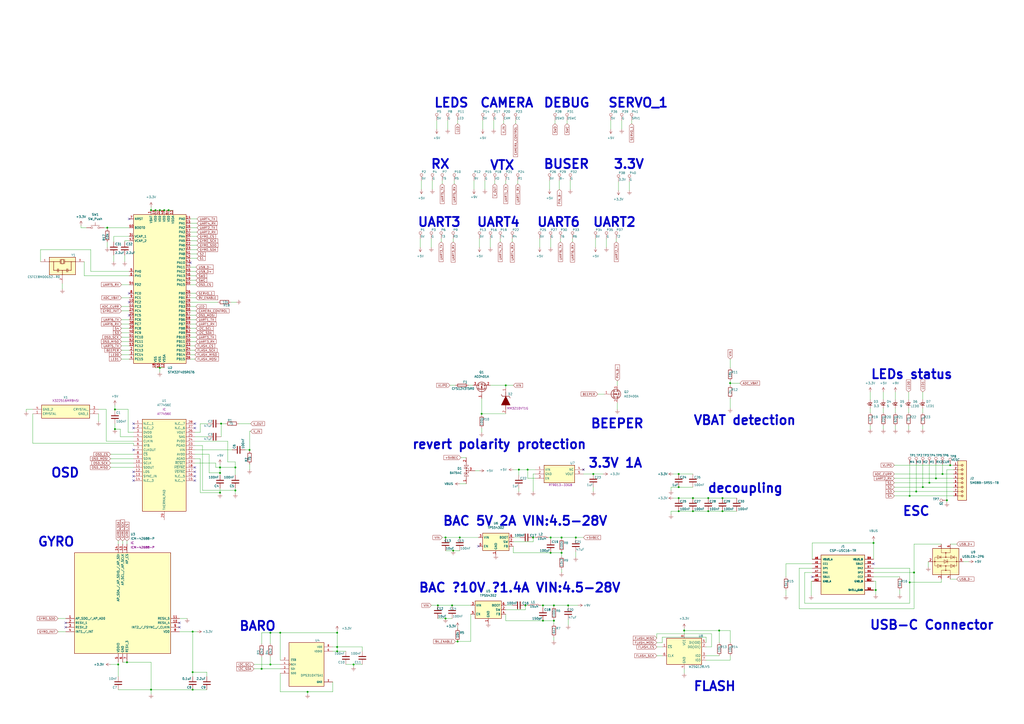
<source format=kicad_sch>
(kicad_sch (version 20211123) (generator eeschema)
  (paper "A2")
  (junction (at 128.27 245.745))
  (junction (at 195.58 367.03))
  (junction (at 314.96 351.155))
  (junction (at 127.635 271.145))
  (junction (at 111.76 366.395))
  (junction (at 262.255 351.155))
  (junction (at 156.845 385.445))
  (junction (at 393.7 296.545))
  (junction (at 87.63 121.92))
  (junction (at 92.71 213.36))
  (junction (at 410.845 296.545))
  (junction (at 178.435 401.32))
  (junction (at 393.7 282.575))
  (junction (at 162.56 367.03))
  (junction (at 262.89 319.405))
  (junction (at 401.955 288.925))
  (junction (at 319.405 320.675))
  (junction (at 531.495 285.115))
  (junction (at 325.755 311.785))
  (junction (at 127.635 285.75))
  (junction (at 111.76 389.89))
  (junction (at 151.765 387.985))
  (junction (at 144.78 260.985))
  (junction (at 87.63 400.05))
  (junction (at 258.445 311.785))
  (junction (at 506.73 314.96))
  (junction (at 334.01 311.785))
  (junction (at 95.25 121.92))
  (junction (at 321.31 351.155))
  (junction (at 97.79 121.92))
  (junction (at 396.875 365.76))
  (junction (at 111.76 400.05))
  (junction (at 530.225 332.105))
  (junction (at 546.735 274.955))
  (junction (at 401.955 296.545))
  (junction (at 329.565 351.155))
  (junction (at 527.685 287.655))
  (junction (at 393.7 274.955))
  (junction (at 309.245 311.785))
  (junction (at 344.17 274.955))
  (junction (at 419.1 288.925))
  (junction (at 66.675 248.92))
  (junction (at 265.43 372.11))
  (junction (at 306.07 272.415))
  (junction (at 195.58 377.825))
  (junction (at 419.1 296.545))
  (junction (at 314.96 360.045))
  (junction (at 410.845 288.925))
  (junction (at 68.58 385.445))
  (junction (at 393.7 288.925))
  (junction (at 551.18 269.875))
  (junction (at 90.17 121.92))
  (junction (at 258.445 358.775))
  (junction (at 508 342.265))
  (junction (at 549.275 290.195))
  (junction (at 542.925 277.495))
  (junction (at 195.58 375.285))
  (junction (at 535.305 282.575))
  (junction (at 319.405 311.785))
  (junction (at 321.31 360.045))
  (junction (at 304.8 351.155))
  (junction (at 423.545 222.25))
  (junction (at 325.755 320.675))
  (junction (at 127.635 274.32))
  (junction (at 417.195 365.76))
  (junction (at 254 351.155))
  (junction (at 156.845 367.03))
  (junction (at 205.105 385.445))
  (junction (at 266.7 311.785))
  (junction (at 279.4 240.03))
  (junction (at 527.685 337.82))
  (junction (at 136.525 271.145))
  (junction (at 136.525 284.48))
  (junction (at 92.71 121.92))
  (junction (at 66.675 237.49))
  (junction (at 293.37 223.52))
  (junction (at 73.66 384.175))
  (junction (at 300.99 272.415))
  (junction (at 539.115 280.035))
  (junction (at 62.23 132.08))
  (no_connect (at 506.73 327.025))
  (no_connect (at 471.17 334.645))
  (no_connect (at 277.495 316.865))
  (no_connect (at 77.47 248.285))
  (no_connect (at 338.455 272.415))
  (no_connect (at 77.47 273.685))
  (no_connect (at 113.03 273.685))
  (no_connect (at 77.47 260.985))
  (no_connect (at 38.1 363.855))
  (no_connect (at 77.47 245.745))
  (no_connect (at 77.47 276.225))
  (no_connect (at 113.03 276.225))
  (no_connect (at 74.93 127))
  (no_connect (at 113.03 245.745))
  (no_connect (at 74.93 175.26))
  (no_connect (at 113.03 278.765))
  (no_connect (at 74.93 182.88))
  (no_connect (at 74.93 170.18))
  (no_connect (at 113.03 248.285))
  (no_connect (at 113.03 271.145))
  (no_connect (at 104.14 361.315))
  (no_connect (at 110.49 152.4))
  (no_connect (at 104.14 363.855))
  (no_connect (at 77.47 278.765))
  (no_connect (at 38.1 361.315))
  (wire (pts (xy 527.685 329.565) (xy 506.73 329.565)))
  (wire (pts (xy 381 367.665) (xy 412.75 367.665)))
  (wire (pts (xy 127.635 271.145) (xy 136.525 271.145)))
  (wire (pts (xy 111.76 392.43) (xy 111.76 389.89)))
  (wire (pts (xy 104.14 358.775) (xy 108.585 358.775)))
  (wire (pts (xy 127.635 274.32) (xy 127.635 271.145)))
  (wire (pts (xy 68.58 385.445) (xy 68.58 392.43)))
  (wire (pts (xy 258.445 311.785) (xy 266.7 311.785)))
  (wire (pts (xy 319.405 311.785) (xy 318.135 311.785)))
  (wire (pts (xy 95.25 121.92) (xy 97.79 121.92)))
  (wire (pts (xy 338.455 274.955) (xy 344.17 274.955)))
  (wire (pts (xy 321.31 360.045) (xy 314.96 360.045)))
  (wire (pts (xy 77.47 250.825) (xy 74.295 250.825)))
  (wire (pts (xy 384.175 369.57) (xy 384.175 372.745)))
  (wire (pts (xy 147.32 387.985) (xy 151.765 387.985)))
  (wire (pts (xy 147.32 385.445) (xy 156.845 385.445)))
  (wire (pts (xy 195.58 367.03) (xy 195.58 375.285)))
  (wire (pts (xy 125.095 268.605) (xy 125.095 271.145)))
  (wire (pts (xy 393.7 274.955) (xy 401.955 274.955)))
  (wire (pts (xy 46.99 130.81) (xy 46.99 132.08)))
  (wire (pts (xy 110.49 162.56) (xy 113.665 162.56)))
  (wire (pts (xy 334.01 320.04) (xy 334.01 323.215)))
  (wire (pts (xy 527.05 236.855) (xy 527.05 239.395)))
  (wire (pts (xy 508 342.265) (xy 508 344.805)))
  (wire (pts (xy 471.17 324.485) (xy 471.17 314.96)))
  (wire (pts (xy 455.93 334.645) (xy 455.93 327.025)))
  (wire (pts (xy 136.525 283.21) (xy 136.525 284.48)))
  (wire (pts (xy 321.31 360.045) (xy 321.31 361.95)))
  (wire (pts (xy 310.515 277.495) (xy 306.07 277.495)))
  (wire (pts (xy 256.54 104.775) (xy 256.54 106.68)))
  (wire (pts (xy 132.08 267.97) (xy 136.525 267.97)))
  (wire (pts (xy 354.33 69.85) (xy 354.33 74.93)))
  (wire (pts (xy 344.17 282.575) (xy 344.17 285.115)))
  (wire (pts (xy 423.545 222.25) (xy 429.26 222.25)))
  (wire (pts (xy 389.255 296.545) (xy 393.7 296.545)))
  (wire (pts (xy 506.73 313.69) (xy 506.73 314.96)))
  (wire (pts (xy 71.12 313.69) (xy 71.12 315.595)))
  (wire (pts (xy 254 351.155) (xy 262.255 351.155)))
  (wire (pts (xy 273.05 356.235) (xy 273.05 372.11)))
  (wire (pts (xy 66.675 245.745) (xy 66.675 248.92)))
  (wire (pts (xy 389.255 282.575) (xy 393.7 282.575)))
  (wire (pts (xy 195.58 377.825) (xy 200.66 377.825)))
  (wire (pts (xy 116.205 285.75) (xy 127.635 285.75)))
  (wire (pts (xy 463.55 329.565) (xy 463.55 353.06)))
  (wire (pts (xy 365.125 105.41) (xy 365.125 110.49)))
  (wire (pts (xy 297.815 272.415) (xy 300.99 272.415)))
  (wire (pts (xy 195.58 365.76) (xy 195.58 367.03)))
  (wire (pts (xy 306.07 272.415) (xy 310.515 272.415)))
  (wire (pts (xy 409.575 380.365) (xy 417.195 380.365)))
  (wire (pts (xy 279.4 248.285) (xy 279.4 250.825)))
  (wire (pts (xy 127.635 269.24) (xy 127.635 271.145)))
  (wire (pts (xy 70.485 205.74) (xy 74.93 205.74)))
  (wire (pts (xy 110.49 142.24) (xy 114.3 142.24)))
  (wire (pts (xy 195.58 375.285) (xy 193.04 375.285)))
  (wire (pts (xy 110.49 200.66) (xy 113.03 200.66)))
  (wire (pts (xy 409.575 372.745) (xy 409.575 369.57)))
  (wire (pts (xy 393.7 296.545) (xy 401.955 296.545)))
  (wire (pts (xy 551.18 269.875) (xy 553.085 269.875)))
  (wire (pts (xy 74.93 157.48) (xy 52.705 157.48)))
  (wire (pts (xy 110.49 134.62) (xy 114.3 134.62)))
  (wire (pts (xy 419.1 296.545) (xy 427.355 296.545)))
  (wire (pts (xy 321.31 359.41) (xy 321.31 360.045)))
  (wire (pts (xy 518.795 285.115) (xy 531.495 285.115)))
  (wire (pts (xy 329.565 351.155) (xy 321.31 351.155)))
  (wire (pts (xy 471.17 329.565) (xy 463.55 329.565)))
  (wire (pts (xy 530.225 353.06) (xy 530.225 332.105)))
  (wire (pts (xy 393.7 288.925) (xy 401.955 288.925)))
  (wire (pts (xy 314.96 352.425) (xy 314.96 351.155)))
  (wire (pts (xy 92.71 121.92) (xy 95.25 121.92)))
  (wire (pts (xy 553.085 274.955) (xy 546.735 274.955)))
  (wire (pts (xy 128.27 245.745) (xy 128.27 253.365)))
  (wire (pts (xy 263.525 104.775) (xy 263.525 106.68)))
  (wire (pts (xy 471.17 332.105) (xy 466.725 332.105)))
  (wire (pts (xy 133.985 175.26) (xy 137.16 175.26)))
  (wire (pts (xy 264.16 372.11) (xy 265.43 372.11)))
  (wire (pts (xy 74.295 250.825) (xy 74.295 237.49)))
  (wire (pts (xy 156.845 367.03) (xy 162.56 367.03)))
  (wire (pts (xy 332.105 138.43) (xy 332.105 140.335)))
  (wire (pts (xy 57.15 237.49) (xy 61.595 237.49)))
  (wire (pts (xy 72.39 140.335) (xy 72.39 139.7)))
  (wire (pts (xy 110.49 149.86) (xy 114.3 149.86)))
  (wire (pts (xy 319.405 320.675) (xy 297.815 320.675)))
  (wire (pts (xy 304.8 353.695) (xy 304.8 351.155)))
  (wire (pts (xy 409.575 382.905) (xy 423.545 382.905)))
  (wire (pts (xy 110.49 170.18) (xy 113.665 170.18)))
  (wire (pts (xy 531.495 285.115) (xy 553.085 285.115)))
  (wire (pts (xy 466.725 332.105) (xy 466.725 349.885)))
  (wire (pts (xy 52.705 157.48) (xy 52.705 144.78)))
  (wire (pts (xy 120.015 389.89) (xy 111.76 389.89)))
  (wire (pts (xy 549.275 272.415) (xy 549.275 290.195)))
  (wire (pts (xy 309.245 314.325) (xy 309.245 311.785)))
  (wire (pts (xy 110.49 190.5) (xy 113.665 190.5)))
  (wire (pts (xy 527.685 337.82) (xy 527.685 329.565)))
  (wire (pts (xy 69.85 253.365) (xy 69.85 248.92)))
  (wire (pts (xy 506.73 314.96) (xy 506.73 324.485)))
  (wire (pts (xy 60.325 132.08) (xy 62.23 132.08)))
  (wire (pts (xy 284.48 223.52) (xy 293.37 223.52)))
  (wire (pts (xy 64.135 271.145) (xy 77.47 271.145)))
  (wire (pts (xy 325.755 320.675) (xy 319.405 320.675)))
  (wire (pts (xy 116.205 266.065) (xy 116.205 285.75)))
  (wire (pts (xy 127.635 283.21) (xy 127.635 285.75)))
  (wire (pts (xy 304.8 351.155) (xy 306.07 351.155)))
  (wire (pts (xy 144.78 260.985) (xy 144.78 250.19)))
  (wire (pts (xy 110.49 144.78) (xy 114.3 144.78)))
  (wire (pts (xy 70.485 203.2) (xy 74.93 203.2)))
  (wire (pts (xy 19.05 257.175) (xy 77.47 257.175)))
  (wire (pts (xy 70.485 187.96) (xy 74.93 187.96)))
  (wire (pts (xy 512.445 227.33) (xy 512.445 231.775)))
  (wire (pts (xy 111.76 400.05) (xy 120.015 400.05)))
  (wire (pts (xy 19.05 237.49) (xy 15.24 237.49)))
  (wire (pts (xy 396.875 365.76) (xy 396.875 367.665)))
  (wire (pts (xy 66.675 234.95) (xy 66.675 237.49)))
  (wire (pts (xy 293.37 240.03) (xy 279.4 240.03)))
  (wire (pts (xy 113.03 258.445) (xy 117.475 258.445)))
  (wire (pts (xy 110.49 182.88) (xy 113.665 182.88)))
  (wire (pts (xy 506.73 334.645) (xy 521.97 334.645)))
  (wire (pts (xy 281.305 104.775) (xy 281.305 109.855)))
  (wire (pts (xy 110.49 160.02) (xy 113.665 160.02)))
  (wire (pts (xy 357.505 138.43) (xy 357.505 140.335)))
  (wire (pts (xy 314.96 351.155) (xy 313.69 351.155)))
  (wire (pts (xy 527.05 227.33) (xy 527.05 231.775)))
  (wire (pts (xy 121.285 263.525) (xy 121.285 274.32)))
  (wire (pts (xy 70.485 200.66) (xy 74.93 200.66)))
  (wire (pts (xy 535.305 236.855) (xy 535.305 239.395)))
  (wire (pts (xy 518.795 282.575) (xy 535.305 282.575)))
  (wire (pts (xy 278.13 138.43) (xy 278.13 143.51)))
  (wire (pts (xy 110.49 157.48) (xy 113.665 157.48)))
  (wire (pts (xy 324.485 104.775) (xy 324.485 109.855)))
  (wire (pts (xy 116.205 250.825) (xy 116.205 245.745)))
  (wire (pts (xy 48.895 160.02) (xy 74.93 160.02)))
  (wire (pts (xy 90.17 213.36) (xy 92.71 213.36)))
  (wire (pts (xy 70.485 180.34) (xy 74.93 180.34)))
  (wire (pts (xy 358.14 220.98) (xy 358.14 223.52)))
  (wire (pts (xy 546.1 337.82) (xy 527.685 337.82)))
  (wire (pts (xy 210.185 377.825) (xy 210.185 375.285)))
  (wire (pts (xy 52.705 144.78) (xy 23.495 144.78)))
  (wire (pts (xy 87.63 400.05) (xy 87.63 402.59)))
  (wire (pts (xy 527.685 349.885) (xy 527.685 337.82)))
  (wire (pts (xy 68.58 313.69) (xy 68.58 315.595)))
  (wire (pts (xy 527.05 247.015) (xy 527.05 248.92)))
  (wire (pts (xy 113.03 253.365) (xy 120.65 253.365)))
  (wire (pts (xy 345.44 138.43) (xy 345.44 143.51)))
  (wire (pts (xy 110.49 175.26) (xy 126.365 175.26)))
  (wire (pts (xy 110.49 132.08) (xy 114.3 132.08)))
  (wire (pts (xy 111.76 366.395) (xy 114.3 366.395)))
  (wire (pts (xy 546.1 315.595) (xy 530.225 315.595)))
  (wire (pts (xy 280.035 69.85) (xy 280.035 74.93)))
  (wire (pts (xy 61.595 237.49) (xy 61.595 255.905)))
  (wire (pts (xy 33.655 358.775) (xy 38.1 358.775)))
  (wire (pts (xy 113.03 263.525) (xy 121.285 263.525)))
  (wire (pts (xy 390.525 274.955) (xy 393.7 274.955)))
  (wire (pts (xy 70.485 208.28) (xy 74.93 208.28)))
  (wire (pts (xy 110.49 139.7) (xy 114.3 139.7)))
  (wire (pts (xy 68.58 400.05) (xy 87.63 400.05)))
  (wire (pts (xy 250.19 138.43) (xy 250.19 143.51)))
  (wire (pts (xy 286.385 69.85) (xy 286.385 74.93)))
  (wire (pts (xy 297.815 314.325) (xy 309.245 314.325)))
  (wire (pts (xy 518.795 287.655) (xy 527.685 287.655)))
  (wire (pts (xy 132.08 255.905) (xy 132.08 267.97)))
  (wire (pts (xy 110.49 187.96) (xy 113.665 187.96)))
  (wire (pts (xy 299.085 69.85) (xy 299.085 71.755)))
  (wire (pts (xy 110.49 172.72) (xy 113.665 172.72)))
  (wire (pts (xy 162.56 382.905) (xy 162.56 367.03)))
  (wire (pts (xy 243.84 138.43) (xy 243.84 143.51)))
  (wire (pts (xy 558.8 325.755) (xy 561.975 325.755)))
  (wire (pts (xy 110.49 198.12) (xy 113.665 198.12)))
  (wire (pts (xy 125.095 271.145) (xy 127.635 271.145)))
  (wire (pts (xy 410.845 296.545) (xy 419.1 296.545)))
  (wire (pts (xy 504.825 227.33) (xy 504.825 231.775)))
  (wire (pts (xy 151.765 373.38) (xy 151.765 367.03)))
  (wire (pts (xy 110.49 203.2) (xy 113.03 203.2)))
  (wire (pts (xy 293.37 353.695) (xy 304.8 353.695)))
  (wire (pts (xy 300.99 275.59) (xy 300.99 272.415)))
  (wire (pts (xy 546.735 274.955) (xy 518.795 274.955)))
  (wire (pts (xy 144.78 250.19) (xy 145.415 250.19)))
  (wire (pts (xy 258.445 319.405) (xy 262.89 319.405)))
  (wire (pts (xy 74.295 237.49) (xy 66.675 237.49)))
  (wire (pts (xy 334.01 311.785) (xy 325.755 311.785)))
  (wire (pts (xy 259.715 69.85) (xy 259.715 74.93)))
  (wire (pts (xy 538.48 325.755) (xy 538.48 328.93)))
  (wire (pts (xy 521.97 342.265) (xy 521.97 344.805)))
  (wire (pts (xy 539.115 269.24) (xy 539.115 280.035)))
  (wire (pts (xy 293.37 360.045) (xy 293.37 356.235)))
  (wire (pts (xy 389.255 284.48) (xy 389.255 282.575)))
  (wire (pts (xy 506.73 337.185) (xy 508 337.185)))
  (wire (pts (xy 463.55 353.06) (xy 530.225 353.06)))
  (wire (pts (xy 136.525 267.97) (xy 136.525 271.145)))
  (wire (pts (xy 156.845 373.38) (xy 156.845 367.03)))
  (wire (pts (xy 77.47 266.065) (xy 64.135 266.065)))
  (wire (pts (xy 412.75 375.285) (xy 412.75 367.665)))
  (wire (pts (xy 77.47 257.175) (xy 77.47 258.445)))
  (wire (pts (xy 344.17 274.955) (xy 349.885 274.955)))
  (wire (pts (xy 309.245 311.785) (xy 310.515 311.785)))
  (wire (pts (xy 300.355 104.775) (xy 300.355 106.68)))
  (wire (pts (xy 329.565 359.41) (xy 329.565 362.585)))
  (wire (pts (xy 110.49 129.54) (xy 114.3 129.54)))
  (wire (pts (xy 23.495 144.78) (xy 23.495 151.765)))
  (wire (pts (xy 530.225 332.105) (xy 506.73 332.105)))
  (wire (pts (xy 393.7 282.575) (xy 401.955 282.575)))
  (wire (pts (xy 110.49 205.74) (xy 113.03 205.74)))
  (wire (pts (xy 127.635 285.75) (xy 127.635 286.385)))
  (wire (pts (xy 401.955 288.925) (xy 410.845 288.925)))
  (wire (pts (xy 136.525 271.145) (xy 136.525 275.59)))
  (wire (pts (xy 512.445 247.015) (xy 512.445 248.92)))
  (wire (pts (xy 205.105 385.445) (xy 205.105 386.715)))
  (wire (pts (xy 358.14 233.68) (xy 358.14 237.49)))
  (wire (pts (xy 262.255 351.155) (xy 273.05 351.155)))
  (wire (pts (xy 423.545 372.745) (xy 423.545 365.76)))
  (wire (pts (xy 250.825 104.775) (xy 250.825 109.855)))
  (wire (pts (xy 128.27 245.745) (xy 130.81 245.745)))
  (wire (pts (xy 321.31 351.155) (xy 314.96 351.155)))
  (wire (pts (xy 381 380.365) (xy 384.175 380.365)))
  (wire (pts (xy 455.93 327.025) (xy 471.17 327.025)))
  (wire (pts (xy 328.93 69.85) (xy 328.93 71.755)))
  (wire (pts (xy 325.755 320.675) (xy 325.755 322.58)))
  (wire (pts (xy 319.405 313.055) (xy 319.405 311.785)))
  (wire (pts (xy 62.23 132.08) (xy 62.23 132.715)))
  (wire (pts (xy 314.96 360.045) (xy 293.37 360.045)))
  (wire (pts (xy 329.565 351.79) (xy 329.565 351.155)))
  (wire (pts (xy 110.49 195.58) (xy 113.665 195.58)))
  (wire (pts (xy 66.675 237.49) (xy 66.675 238.125)))
  (wire (pts (xy 318.77 104.775) (xy 318.77 109.855)))
  (wire (pts (xy 293.37 223.52) (xy 293.37 224.79)))
  (wire (pts (xy 70.485 190.5) (xy 74.93 190.5)))
  (wire (pts (xy 262.89 138.43) (xy 262.89 140.335)))
  (wire (pts (xy 506.73 342.265) (xy 508 342.265)))
  (wire (pts (xy 297.815 311.785) (xy 301.625 311.785)))
  (wire (pts (xy 530.225 315.595) (xy 530.225 332.105)))
  (wire (pts (xy 381 375.285) (xy 384.175 375.285)))
  (wire (pts (xy 546.735 269.24) (xy 546.735 274.955)))
  (wire (pts (xy 319.405 138.43) (xy 319.405 143.51)))
  (wire (pts (xy 292.1 69.85) (xy 292.1 71.755)))
  (wire (pts (xy 61.595 255.905) (xy 77.47 255.905)))
  (wire (pts (xy 110.49 154.94) (xy 113.665 154.94)))
  (wire (pts (xy 210.185 375.285) (xy 195.58 375.285)))
  (wire (pts (xy 48.895 151.765) (xy 48.895 160.02)))
  (wire (pts (xy 113.03 266.065) (xy 116.205 266.065)))
  (wire (pts (xy 409.575 369.57) (xy 384.175 369.57)))
  (wire (pts (xy 142.24 260.985) (xy 144.78 260.985)))
  (wire (pts (xy 258.445 358.775) (xy 262.255 358.775)))
  (wire (pts (xy 274.955 104.775) (xy 274.955 109.855)))
  (wire (pts (xy 255.905 138.43) (xy 255.905 140.335)))
  (wire (pts (xy 293.37 104.775) (xy 293.37 106.68)))
  (wire (pts (xy 306.07 277.495) (xy 306.07 272.415)))
  (wire (pts (xy 97.79 121.92) (xy 100.33 121.92)))
  (wire (pts (xy 70.485 198.12) (xy 74.93 198.12)))
  (wire (pts (xy 423.545 222.25) (xy 423.545 223.52)))
  (wire (pts (xy 384.175 372.745) (xy 381 372.745)))
  (wire (pts (xy 62.23 140.335) (xy 62.23 143.51)))
  (wire (pts (xy 539.115 280.035) (xy 553.085 280.035)))
  (wire (pts (xy 390.525 288.925) (xy 393.7 288.925)))
  (wire (pts (xy 110.49 208.28) (xy 113.03 208.28)))
  (wire (pts (xy 519.43 236.855) (xy 519.43 239.395)))
  (wire (pts (xy 325.755 311.785) (xy 319.405 311.785)))
  (wire (pts (xy 423.545 220.98) (xy 423.545 222.25)))
  (wire (pts (xy 297.18 138.43) (xy 297.18 140.335)))
  (wire (pts (xy 250.19 351.155) (xy 254 351.155)))
  (wire (pts (xy 117.475 284.48) (xy 136.525 284.48)))
  (wire (pts (xy 346.71 228.6) (xy 350.52 228.6)))
  (wire (pts (xy 111.76 366.395) (xy 104.14 366.395)))
  (wire (pts (xy 254 358.775) (xy 258.445 358.775)))
  (wire (pts (xy 351.79 138.43) (xy 351.79 143.51)))
  (wire (pts (xy 64.135 263.525) (xy 77.47 263.525)))
  (wire (pts (xy 256.54 311.785) (xy 258.445 311.785)))
  (wire (pts (xy 151.765 381) (xy 151.765 387.985)))
  (wire (pts (xy 423.545 231.14) (xy 423.545 236.855)))
  (wire (pts (xy 417.195 365.76) (xy 396.875 365.76)))
  (wire (pts (xy 546.1 335.915) (xy 546.1 337.82)))
  (wire (pts (xy 325.12 138.43) (xy 325.12 140.335)))
  (wire (pts (xy 401.955 296.545) (xy 410.845 296.545)))
  (wire (pts (xy 113.03 268.605) (xy 125.095 268.605)))
  (wire (pts (xy 151.765 387.985) (xy 162.56 387.985)))
  (wire (pts (xy 504.825 247.015) (xy 504.825 248.92)))
  (wire (pts (xy 262.89 319.405) (xy 266.7 319.405)))
  (wire (pts (xy 200.66 385.445) (xy 205.105 385.445)))
  (wire (pts (xy 273.05 372.11) (xy 265.43 372.11)))
  (wire (pts (xy 162.56 367.03) (xy 195.58 367.03)))
  (wire (pts (xy 300.99 283.21) (xy 300.99 285.115)))
  (wire (pts (xy 66.04 147.955) (xy 66.04 151.765)))
  (wire (pts (xy 116.205 245.745) (xy 120.65 245.745)))
  (wire (pts (xy 519.43 247.015) (xy 519.43 248.92)))
  (wire (pts (xy 518.795 277.495) (xy 542.925 277.495)))
  (wire (pts (xy 300.99 272.415) (xy 306.07 272.415)))
  (wire (pts (xy 66.04 137.16) (xy 74.93 137.16)))
  (wire (pts (xy 193.04 401.32) (xy 193.04 395.605)))
  (wire (pts (xy 266.7 311.785) (xy 277.495 311.785)))
  (wire (pts (xy 551.18 315.595) (xy 554.99 315.595)))
  (wire (pts (xy 69.85 248.92) (xy 66.675 248.92)))
  (wire (pts (xy 151.765 367.03) (xy 156.845 367.03)))
  (wire (pts (xy 110.49 127) (xy 114.3 127)))
  (wire (pts (xy 423.545 382.905) (xy 423.545 380.365)))
  (wire (pts (xy 70.485 193.04) (xy 74.93 193.04)))
  (wire (pts (xy 410.845 288.925) (xy 419.1 288.925)))
  (wire (pts (xy 504.825 236.855) (xy 504.825 239.395)))
  (wire (pts (xy 321.31 369.57) (xy 321.31 371.475)))
  (wire (pts (xy 535.305 247.015) (xy 535.305 248.92)))
  (wire (pts (xy 531.495 269.24) (xy 531.495 285.115)))
  (wire (pts (xy 293.37 351.155) (xy 297.18 351.155)))
  (wire (pts (xy 279.4 231.14) (xy 279.4 240.03)))
  (wire (pts (xy 113.03 250.825) (xy 116.205 250.825)))
  (wire (pts (xy 321.945 69.85) (xy 321.945 71.755)))
  (wire (pts (xy 266.7 280.67) (xy 270.51 280.67)))
  (wire (pts (xy 470.535 337.185) (xy 471.17 337.185)))
  (wire (pts (xy 36.195 164.465) (xy 36.195 167.64)))
  (wire (pts (xy 553.085 272.415) (xy 549.275 272.415)))
  (wire (pts (xy 120.015 392.43) (xy 120.015 389.89)))
  (wire (pts (xy 527.685 269.24) (xy 527.685 287.655)))
  (wire (pts (xy 70.485 165.1) (xy 74.93 165.1)))
  (wire (pts (xy 110.49 177.8) (xy 113.665 177.8)))
  (wire (pts (xy 310.515 274.955) (xy 309.245 274.955)))
  (wire (pts (xy 110.49 180.34) (xy 113.665 180.34)))
  (wire (pts (xy 70.485 185.42) (xy 74.93 185.42)))
  (wire (pts (xy 117.475 258.445) (xy 117.475 284.48)))
  (wire (pts (xy 381 367.665) (xy 381 370.205)))
  (wire (pts (xy 46.99 132.08) (xy 50.165 132.08)))
  (wire (pts (xy 396.875 387.985) (xy 396.875 390.525)))
  (wire (pts (xy 156.845 381) (xy 156.845 385.445)))
  (wire (pts (xy 33.655 366.395) (xy 38.1 366.395)))
  (wire (pts (xy 92.71 213.36) (xy 95.25 213.36)))
  (wire (pts (xy 111.76 389.89) (xy 111.76 366.395)))
  (wire (pts (xy 195.58 375.285) (xy 195.58 377.825)))
  (wire (pts (xy 205.105 385.445) (xy 210.185 385.445)))
  (wire (pts (xy 293.37 223.52) (xy 297.815 223.52)))
  (wire (pts (xy 64.135 268.605) (xy 77.47 268.605)))
  (wire (pts (xy 72.39 147.955) (xy 72.39 151.765)))
  (wire (pts (xy 64.135 385.445) (xy 68.58 385.445)))
  (wire (pts (xy 518.795 280.035) (xy 539.115 280.035)))
  (wire (pts (xy 358.775 105.41) (xy 358.775 110.49)))
  (wire (pts (xy 15.24 237.49) (xy 15.24 238.76)))
  (wire (pts (xy 113.03 255.905) (xy 132.08 255.905)))
  (wire (pts (xy 90.17 121.92) (xy 92.71 121.92)))
  (wire (pts (xy 110.49 193.04) (xy 113.665 193.04)))
  (wire (pts (xy 136.525 284.48) (xy 136.525 286.385)))
  (wire (pts (xy 417.195 365.76) (xy 417.195 372.745)))
  (wire (pts (xy 260.985 223.52) (xy 264.16 223.52)))
  (wire (pts (xy 471.17 314.96) (xy 506.73 314.96)))
  (wire (pts (xy 87.63 400.05) (xy 111.76 400.05)))
  (wire (pts (xy 178.435 401.32) (xy 193.04 401.32)))
  (wire (pts (xy 535.305 282.575) (xy 553.085 282.575)))
  (wire (pts (xy 271.78 223.52) (xy 274.32 223.52)))
  (wire (pts (xy 321.31 351.79) (xy 321.31 351.155)))
  (wire (pts (xy 73.66 313.69) (xy 73.66 315.595)))
  (wire (pts (xy 87.63 120.015) (xy 87.63 121.92)))
  (wire (pts (xy 244.475 104.775) (xy 244.475 109.855)))
  (wire (pts (xy 535.305 269.24) (xy 535.305 282.575)))
  (wire (pts (xy 466.725 349.885) (xy 527.685 349.885)))
  (wire (pts (xy 110.49 137.16) (xy 114.3 137.16)))
  (wire (pts (xy 265.43 363.855) (xy 265.43 364.49)))
  (wire (pts (xy 470.535 345.44) (xy 470.535 337.185)))
  (wire (pts (xy 512.445 236.855) (xy 512.445 239.395)))
  (wire (pts (xy 297.815 320.675) (xy 297.815 316.865)))
  (wire (pts (xy 138.43 245.745) (xy 145.415 245.745)))
  (wire (pts (xy 290.195 138.43) (xy 290.195 140.335)))
  (wire (pts (xy 325.755 312.42) (xy 325.755 311.785)))
  (wire (pts (xy 70.485 177.8) (xy 74.93 177.8)))
  (wire (pts (xy 527.685 287.655) (xy 553.085 287.655)))
  (wire (pts (xy 508 337.185) (xy 508 342.265)))
  (wire (pts (xy 73.66 384.175) (xy 87.63 384.175)))
  (wire (pts (xy 389.255 298.45) (xy 389.255 296.545)))
  (wire (pts (xy 265.43 69.85) (xy 265.43 71.755)))
  (wire (pts (xy 325.755 320.04) (xy 325.755 320.675)))
  (wire (pts (xy 518.795 269.875) (xy 551.18 269.875)))
  (wire (pts (xy 325.755 330.2) (xy 325.755 332.105)))
  (wire (pts (xy 87.63 384.175) (xy 87.63 400.05)))
  (wire (pts (xy 419.1 288.925) (xy 427.355 288.925)))
  (wire (pts (xy 279.4 240.03) (xy 279.4 240.665)))
  (wire (pts (xy 334.01 312.42) (xy 334.01 311.785)))
  (wire (pts (xy 110.49 147.32) (xy 114.3 147.32)))
  (wire (pts (xy 253.365 69.85) (xy 253.365 74.93)))
  (wire (pts (xy 455.93 342.265) (xy 455.93 345.44)))
  (wire (pts (xy 542.925 269.24) (xy 542.925 277.495)))
  (wire (pts (xy 535.305 227.33) (xy 535.305 231.775)))
  (wire (pts (xy 77.47 253.365) (xy 69.85 253.365)))
  (wire (pts (xy 74.93 132.08) (xy 62.23 132.08)))
  (wire (pts (xy 366.395 69.85) (xy 366.395 71.755)))
  (wire (pts (xy 423.545 208.28) (xy 423.545 213.36)))
  (wire (pts (xy 92.71 213.36) (xy 92.71 215.9)))
  (wire (pts (xy 127.635 275.59) (xy 127.635 274.32)))
  (wire (pts (xy 72.39 139.7) (xy 74.93 139.7)))
  (wire (pts (xy 87.63 121.92) (xy 90.17 121.92)))
  (wire (pts (xy 110.49 165.1) (xy 113.665 165.1)))
  (wire (pts (xy 334.01 311.785) (xy 338.455 311.785)))
  (wire (pts (xy 144.78 269.24) (xy 144.78 272.415)))
  (wire (pts (xy 360.68 69.85) (xy 360.68 74.93)))
  (wire (pts (xy 542.925 277.495) (xy 553.085 277.495)))
  (wire (pts (xy 549.275 290.195) (xy 549.275 291.465)))
  (wire (pts (xy 110.49 185.42) (xy 113.665 185.42)))
  (wire (pts (xy 284.48 138.43) (xy 284.48 143.51)))
  (wire (pts (xy 267.335 265.43) (xy 270.51 265.43)))
  (wire (pts (xy 68.58 384.175) (xy 68.58 385.445)))
  (wire (pts (xy 70.485 172.72) (xy 74.93 172.72)))
  (wire (pts (xy 423.545 365.76) (xy 417.195 365.76)))
  (wire (pts (xy 66.04 140.335) (xy 66.04 137.16)))
  (wire (pts (xy 275.59 273.05) (xy 278.13 273.05)))
  (wire (pts (xy 329.565 351.155) (xy 335.28 351.155)))
  (wire (pts (xy 309.245 274.955) (xy 309.245 285.115)))
  (wire (pts (xy 121.285 274.32) (xy 127.635 274.32)))
  (wire (pts (xy 409.575 375.285) (xy 412.75 375.285)))
  (wire (pts (xy 193.04 377.825) (xy 195.58 377.825)))
  (wire (pts (xy 162.56 401.32) (xy 178.435 401.32)))
  (wire (pts (xy 144.78 261.62) (xy 144.78 260.985)))
  (wire (pts (xy 396.875 364.49) (xy 396.875 365.76)))
  (wire (pts (xy 156.845 385.445) (xy 162.56 385.445)))
  (wire (pts (xy 178.435 401.32) (xy 178.435 402.59)))
  (wire (pts (xy 162.56 390.525) (xy 162.56 401.32)))
  (wire (pts (xy 519.43 227.33) (xy 519.43 231.775)))
  (wire (pts (xy 551.18 335.915) (xy 554.99 335.915)))
  (wire (pts (xy 113.03 260.985) (xy 134.62 260.985)))
  (wire (pts (xy 57.15 240.03) (xy 57.15 244.475)))
  (wire (pts (xy 313.055 138.43) (xy 313.055 143.51)))
  (wire (pts (xy 330.835 104.775) (xy 330.835 109.855)))
  (wire (pts (xy 71.12 384.175) (xy 73.66 384.175)))
  (wire (pts (xy 70.485 195.58) (xy 74.93 195.58)))
  (wire (pts (xy 287.02 104.775) (xy 287.02 106.68)))
  (wire (pts (xy 19.05 240.03) (xy 19.05 257.175)))
  (text "UART3" (at 241.935 132.08 0) (effects (font (size 5.27 5.27) (thickness 1.054) bold) (justify left bottom)))
  (text "revert polarity protection" (at 238.76 260.985 0) (effects (font (size 5.27 5.27) (thickness 1.054) bold) (justify left bottom)))
  (text "ESC" (at 523.24 299.72 0) (effects (font (size 5.27 5.27) (thickness 1.054) bold) (justify left bottom)))
  (text "UART4" (at 276.225 132.08 0) (effects (font (size 5.27 5.27) (thickness 1.054) bold) (justify left bottom)))
  (text "GYRO" (at 21.59 317.5 0) (effects (font (size 5.27 5.27) (thickness 1.054) bold) (justify left bottom)))
  (text "VBAT detection" (at 401.955 247.015 0) (effects (font (size 5.27 5.27) (thickness 1.054) bold) (justify left bottom)))
  (text "OSD" (at 29.21 277.495 0) (effects (font (size 5.27 5.27) (thickness 1.054) bold) (justify left bottom)))
  (text "RX" (at 249.555 98.425 0) (effects (font (size 5.27 5.27) (thickness 1.054) bold) (justify left bottom)))
  (text "BUSER" (at 314.96 98.425 0) (effects (font (size 5.27 5.27) (thickness 1.054) bold) (justify left bottom)))
  (text "3.3V 1A" (at 340.995 271.78 0) (effects (font (size 5.27 5.27) (thickness 1.054) bold) (justify left bottom)))
  (text "FLASH" (at 401.955 401.32 0) (effects (font (size 5.27 5.27) (thickness 1.054) bold) (justify left bottom)))
  (text "BAC 5V 2A VIN:4.5-28V" (at 256.54 305.435 0) (effects (font (size 5.27 5.27) (thickness 1.054) bold) (justify left bottom)))
  (text "DEBUG" (at 314.96 62.865 0) (effects (font (size 5.27 5.27) (thickness 1.054) bold) (justify left bottom)))
  (text "LEDS" (at 251.46 62.865 0) (effects (font (size 5.27 5.27) (thickness 1.054) bold) (justify left bottom)))
  (text "UART6" (at 311.15 132.08 0) (effects (font (size 5.27 5.27) (thickness 1.054) bold) (justify left bottom)))
  (text "BAC ?10V ?1.4A VIN:4.5-28V" (at 242.57 344.17 0) (effects (font (size 5.27 5.27) (thickness 1.054) bold) (justify left bottom)))
  (text "USB-C Connector" (at 504.19 365.76 0) (effects (font (size 5.27 5.27) (thickness 1.054) bold) (justify left bottom)))
  (text "decoupling" (at 410.21 286.385 0) (effects (font (size 5.27 5.27) (thickness 1.054) bold) (justify left bottom)))
  (text "BEEPER" (at 342.265 248.92 0) (effects (font (size 5.27 5.27) (thickness 1.054) bold) (justify left bottom)))
  (text "CAMERA" (at 278.13 62.865 0) (effects (font (size 5.27 5.27) (thickness 1.054) bold) (justify left bottom)))
  (text "UART2" (at 343.535 132.08 0) (effects (font (size 5.27 5.27) (thickness 1.054) bold) (justify left bottom)))
  (text "LEDs status" (at 504.825 220.345 0) (effects (font (size 5.27 5.27) (thickness 1.054) bold) (justify left bottom)))
  (text "SERVO_1" (at 352.425 62.865 0) (effects (font (size 5.27 5.27) (thickness 1.054) bold) (justify left bottom)))
  (text "BARO" (at 138.43 366.395 0) (effects (font (size 5.27 5.27) (thickness 1.054) bold) (justify left bottom)))
  (text "3.3V" (at 355.6 98.425 0) (effects (font (size 5.27 5.27) (thickness 1.054) bold) (justify left bottom)))
  (text "VTX" (at 283.845 99.06 0) (effects (font (size 5.27 5.27) (thickness 1.054) bold) (justify left bottom)))
  (global_label "UART6_RX" (shape input) (at 70.485 187.96 180) (property "Intersheet References" "${INTERSHEET_REFS}" (effects hide)))
  (global_label "OSD_MISO" (shape input) (at 64.135 271.145 180) (property "Intersheet References" "${INTERSHEET_REFS}" (effects hide)))
  (global_label "GYRO_SDA" (shape input) (at 68.58 313.69 90) (property "Intersheet References" "${INTERSHEET_REFS}" (effects hide)))
  (global_label "USB_D-" (shape input) (at 113.665 154.94 0) (property "Intersheet References" "${INTERSHEET_REFS}" (effects hide)))
  (global_label "FLASH_MOSI" (shape input) (at 381 372.745 180) (property "Intersheet References" "${INTERSHEET_REFS}" (effects hide)))
  (global_label "SWC" (shape input) (at 328.93 71.755 270) (property "Intersheet References" "${INTERSHEET_REFS}" (effects hide)))
  (global_label "PIN_B-" (shape input) (at 358.14 220.98 90) (property "Intersheet References" "${INTERSHEET_REFS}" (effects hide)))
  (global_label "S1" (shape input) (at 114.3 149.86 0) (property "Intersheet References" "${INTERSHEET_REFS}" (effects hide)))
  (global_label "OSD_CS" (shape input) (at 64.135 263.525 180) (property "Intersheet References" "${INTERSHEET_REFS}" (effects hide)))
  (global_label "FLASH_CS" (shape input) (at 113.03 200.66 0) (property "Intersheet References" "${INTERSHEET_REFS}" (effects hide)))
  (global_label "USB_D+" (shape input) (at 113.665 157.48 0) (property "Intersheet References" "${INTERSHEET_REFS}" (effects hide)))
  (global_label "SWD" (shape input) (at 321.945 71.755 270) (property "Intersheet References" "${INTERSHEET_REFS}" (effects hide)))
  (global_label "UART6_TX" (shape input) (at 325.12 140.335 270) (property "Intersheet References" "${INTERSHEET_REFS}" (effects hide)))
  (global_label "UART6_RX" (shape input) (at 332.105 140.335 270) (property "Intersheet References" "${INTERSHEET_REFS}" (effects hide)))
  (global_label "UART5_TX" (shape input) (at 256.54 106.68 270) (property "Intersheet References" "${INTERSHEET_REFS}" (effects hide)))
  (global_label "OSD_SCK" (shape input) (at 64.135 268.605 180) (property "Intersheet References" "${INTERSHEET_REFS}" (effects hide)))
  (global_label "VIN" (shape input) (at 256.54 311.785 180) (property "Intersheet References" "${INTERSHEET_REFS}" (effects hide)))
  (global_label "FLASH_MOSI" (shape input) (at 113.03 208.28 0) (property "Intersheet References" "${INTERSHEET_REFS}" (effects hide)))
  (global_label "I2C_SCL" (shape input) (at 147.32 385.445 180) (property "Intersheet References" "${INTERSHEET_REFS}" (effects hide)))
  (global_label "ADC_VBAT" (shape input) (at 70.485 172.72 180) (property "Intersheet References" "${INTERSHEET_REFS}" (effects hide)))
  (global_label "S2" (shape input) (at 114.3 147.32 0) (property "Intersheet References" "${INTERSHEET_REFS}" (effects hide)))
  (global_label "S1" (shape input) (at 518.795 280.035 180) (property "Intersheet References" "${INTERSHEET_REFS}" (effects hide)))
  (global_label "PIN_B-" (shape input) (at 324.485 109.855 270) (property "Intersheet References" "${INTERSHEET_REFS}" (effects hide)))
  (global_label "ADC_CURR" (shape input) (at 518.795 274.955 180) (property "Intersheet References" "${INTERSHEET_REFS}" (effects hide)))
  (global_label "GYRO_CS" (shape input) (at 114.3 137.16 0) (property "Intersheet References" "${INTERSHEET_REFS}" (effects hide)))
  (global_label "FLASH_SCK" (shape input) (at 113.03 203.2 0) (property "Intersheet References" "${INTERSHEET_REFS}" (effects hide)))
  (global_label "GYRO_SCK" (shape input) (at 71.12 313.69 90) (property "Intersheet References" "${INTERSHEET_REFS}" (effects hide)))
  (global_label "UART1_TX" (shape input) (at 113.665 185.42 0) (property "Intersheet References" "${INTERSHEET_REFS}" (effects hide)))
  (global_label "+5VBEC" (shape input) (at 338.455 311.785 0) (property "Intersheet References" "${INTERSHEET_REFS}" (effects hide)))
  (global_label "V_OUT" (shape input) (at 145.415 245.745 0) (property "Intersheet References" "${INTERSHEET_REFS}" (effects hide)))
  (global_label "I2C_SDA" (shape input) (at 113.665 193.04 0) (property "Intersheet References" "${INTERSHEET_REFS}" (effects hide)))
  (global_label "VIN" (shape input) (at 250.19 351.155 180) (property "Intersheet References" "${INTERSHEET_REFS}" (effects hide)))
  (global_label "FLASH_CS" (shape input) (at 381 375.285 180) (property "Intersheet References" "${INTERSHEET_REFS}" (effects hide)))
  (global_label "GYRO_SDO" (shape input) (at 33.655 358.775 180) (property "Intersheet References" "${INTERSHEET_REFS}" (effects hide)))
  (global_label "UART4_RX" (shape input) (at 114.3 129.54 0) (property "Intersheet References" "${INTERSHEET_REFS}" (effects hide)))
  (global_label "SERVO_1" (shape input) (at 366.395 71.755 270) (property "Intersheet References" "${INTERSHEET_REFS}" (effects hide)))
  (global_label "9V_ENABLE" (shape input) (at 264.16 372.11 180) (property "Intersheet References" "${INTERSHEET_REFS}" (effects hide)))
  (global_label "UART4_TX" (shape input) (at 290.195 140.335 270) (property "Intersheet References" "${INTERSHEET_REFS}" (effects hide)))
  (global_label "VLIPO" (shape input) (at 260.985 223.52 180) (property "Intersheet References" "${INTERSHEET_REFS}" (effects hide)))
  (global_label "LED" (shape input) (at 265.43 71.755 270) (property "Intersheet References" "${INTERSHEET_REFS}" (effects hide)))
  (global_label "OSD_MISO" (shape input) (at 70.485 198.12 180) (property "Intersheet References" "${INTERSHEET_REFS}" (effects hide)))
  (global_label "+5VBEC" (shape input) (at 267.335 265.43 180) (property "Intersheet References" "${INTERSHEET_REFS}" (effects hide)))
  (global_label "I2C_SDA" (shape input) (at 147.32 387.985 180) (property "Intersheet References" "${INTERSHEET_REFS}" (effects hide)))
  (global_label "VIN" (shape input) (at 423.545 208.28 90) (property "Intersheet References" "${INTERSHEET_REFS}" (effects hide)))
  (global_label "S4" (shape input) (at 518.795 287.655 180) (property "Intersheet References" "${INTERSHEET_REFS}" (effects hide)))
  (global_label "S3" (shape input) (at 70.485 193.04 180) (property "Intersheet References" "${INTERSHEET_REFS}" (effects hide)))
  (global_label "SWC" (shape input) (at 113.665 162.56 0) (property "Intersheet References" "${INTERSHEET_REFS}" (effects hide)))
  (global_label "USB_D+" (shape input) (at 554.99 315.595 0) (property "Intersheet References" "${INTERSHEET_REFS}" (effects hide)))
  (global_label "LED1" (shape input) (at 535.305 227.33 90) (property "Intersheet References" "${INTERSHEET_REFS}" (effects hide)))
  (global_label "9V_ENABLE" (shape input) (at 113.665 172.72 0) (property "Intersheet References" "${INTERSHEET_REFS}" (effects hide)))
  (global_label "GYRO_INIT" (shape input) (at 70.485 180.34 180) (property "Intersheet References" "${INTERSHEET_REFS}" (effects hide)))
  (global_label "S3" (shape input) (at 518.795 285.115 180) (property "Intersheet References" "${INTERSHEET_REFS}" (effects hide)))
  (global_label "UART3_TX" (shape input) (at 113.665 195.58 0) (property "Intersheet References" "${INTERSHEET_REFS}" (effects hide)))
  (global_label "OSD_MOSI" (shape input) (at 113.665 182.88 0) (property "Intersheet References" "${INTERSHEET_REFS}" (effects hide)))
  (global_label "LED" (shape input) (at 113.665 177.8 0) (property "Intersheet References" "${INTERSHEET_REFS}" (effects hide)))
  (global_label "UART2_TX" (shape input) (at 357.505 140.335 270) (property "Intersheet References" "${INTERSHEET_REFS}" (effects hide)))
  (global_label "ADC_CURR" (shape input) (at 70.485 177.8 180) (property "Intersheet References" "${INTERSHEET_REFS}" (effects hide)))
  (global_label "S4" (shape input) (at 70.485 190.5 180) (property "Intersheet References" "${INTERSHEET_REFS}" (effects hide)))
  (global_label "UART3_TX" (shape input) (at 255.905 140.335 270) (property "Intersheet References" "${INTERSHEET_REFS}" (effects hide)))
  (global_label "GYRO_CS" (shape input) (at 73.66 313.69 90) (property "Intersheet References" "${INTERSHEET_REFS}" (effects hide)))
  (global_label "VIN" (shape input) (at 297.815 223.52 0) (property "Intersheet References" "${INTERSHEET_REFS}" (effects hide)))
  (global_label "CAMERA_CONTROL" (shape input) (at 299.085 71.755 270) (property "Intersheet References" "${INTERSHEET_REFS}" (effects hide)))
  (global_label "GYRO_SCK" (shape input) (at 114.3 139.7 0) (property "Intersheet References" "${INTERSHEET_REFS}" (effects hide)))
  (global_label "UART6_TX" (shape input) (at 70.485 185.42 180) (property "Intersheet References" "${INTERSHEET_REFS}" (effects hide)))
  (global_label "SERVO_1" (shape input) (at 113.665 170.18 0) (property "Intersheet References" "${INTERSHEET_REFS}" (effects hide)))
  (global_label "SWD" (shape input) (at 113.665 160.02 0) (property "Intersheet References" "${INTERSHEET_REFS}" (effects hide)))
  (global_label "LED0" (shape input) (at 527.05 227.33 90) (property "Intersheet References" "${INTERSHEET_REFS}" (effects hide)))
  (global_label "VLIPO" (shape input) (at 518.795 269.875 180) (property "Intersheet References" "${INTERSHEET_REFS}" (effects hide)))
  (global_label "UART5_TX" (shape input) (at 70.485 200.66 180) (property "Intersheet References" "${INTERSHEET_REFS}" (effects hide)))
  (global_label "UART3_RX" (shape input) (at 262.89 140.335 270) (property "Intersheet References" "${INTERSHEET_REFS}" (effects hide)))
  (global_label "GYRO_SDA" (shape input) (at 114.3 144.78 0) (property "Intersheet References" "${INTERSHEET_REFS}" (effects hide)))
  (global_label "UART4_RX" (shape input) (at 297.18 140.335 270) (property "Intersheet References" "${INTERSHEET_REFS}" (effects hide)))
  (global_label "UART2_TX" (shape input) (at 114.3 132.08 0) (property "Intersheet References" "${INTERSHEET_REFS}" (effects hide)))
  (global_label "V_IN" (shape input) (at 145.415 250.19 0) (property "Intersheet References" "${INTERSHEET_REFS}" (effects hide)))
  (global_label "OSD_CS" (shape input) (at 113.665 165.1 0) (property "Intersheet References" "${INTERSHEET_REFS}" (effects hide)))
  (global_label "GYRO_INIT" (shape input) (at 33.655 366.395 180) (property "Intersheet References" "${INTERSHEET_REFS}" (effects hide)))
  (global_label "I2C_SCL" (shape input) (at 113.665 190.5 0) (property "Intersheet References" "${INTERSHEET_REFS}" (effects hide)))
  (global_label "BEEPER" (shape input) (at 346.71 228.6 180) (property "Intersheet References" "${INTERSHEET_REFS}" (effects hide)))
  (global_label "UART4_TX" (shape input) (at 114.3 127 0) (property "Intersheet References" "${INTERSHEET_REFS}" (effects hide)))
  (global_label "ADC_VBAT" (shape input) (at 429.26 222.25 0) (property "Intersheet References" "${INTERSHEET_REFS}" (effects hide)))
  (global_label "BEEPER" (shape input) (at 70.485 203.2 180) (property "Intersheet References" "${INTERSHEET_REFS}" (effects hide)))
  (global_label "USB_D-" (shape input) (at 554.99 335.915 0) (property "Intersheet References" "${INTERSHEET_REFS}" (effects hide)))
  (global_label "UART5_RX" (shape input) (at 263.525 106.68 270) (property "Intersheet References" "${INTERSHEET_REFS}" (effects hide)))
  (global_label "GYRO_SDO" (shape input) (at 114.3 142.24 0) (property "Intersheet References" "${INTERSHEET_REFS}" (effects hide)))
  (global_label "UART1_TX" (shape input) (at 293.37 106.68 270) (property "Intersheet References" "${INTERSHEET_REFS}" (effects hide)))
  (global_label "OSD_MOSI" (shape input) (at 64.135 266.065 180) (property "Intersheet References" "${INTERSHEET_REFS}" (effects hide)))
  (global_label "LED1" (shape input) (at 70.485 208.28 180) (property "Intersheet References" "${INTERSHEET_REFS}" (effects hide)))
  (global_label "V_IN" (shape input) (at 292.1 71.755 270) (property "Intersheet References" "${INTERSHEET_REFS}" (effects hide)))
  (global_label "LED0" (shape input) (at 70.485 205.74 180) (property "Intersheet References" "${INTERSHEET_REFS}" (effects hide)))
  (global_label "FLASH_MISO" (shape input) (at 113.03 205.74 0) (property "Intersheet References" "${INTERSHEET_REFS}" (effects hide)))
  (global_label "CAMERA_CONTROL" (shape input) (at 113.665 180.34 0) (property "Intersheet References" "${INTERSHEET_REFS}" (effects hide)))
  (global_label "UART5_RX" (shape input) (at 70.485 165.1 180) (property "Intersheet References" "${INTERSHEET_REFS}" (effects hide)))
  (global_label "UART1_RX" (shape input) (at 113.665 187.96 0) (property "Intersheet References" "${INTERSHEET_REFS}" (effects hide)))
  (global_label "S2" (shape input) (at 518.795 282.575 180) (property "Intersheet References" "${INTERSHEET_REFS}" (effects hide)))
  (global_label "FLASH_MISO" (shape input) (at 381 370.205 180) (property "Intersheet References" "${INTERSHEET_REFS}" (effects hide)))
  (global_label "UART2_RX" (shape input) (at 518.795 277.495 180) (property "Intersheet References" "${INTERSHEET_REFS}" (effects hide)))
  (global_label "UART1_RX" (shape input) (at 300.355 106.68 270) (property "Intersheet References" "${INTERSHEET_REFS}" (effects hide)))
  (global_label "UART2_RX" (shape input) (at 114.3 134.62 0) (property "Intersheet References" "${INTERSHEET_REFS}" (effects hide)))
  (global_label "V_OUT" (shape input) (at 287.02 106.68 270) (property "Intersheet References" "${INTERSHEET_REFS}" (effects hide)))
  (global_label "UART3_RX" (shape input) (at 113.665 198.12 0) (property "Intersheet References" "${INTERSHEET_REFS}" (effects hide)))
  (global_label "FLASH_SCK" (shape input) (at 381 380.365 180) (property "Intersheet References" "${INTERSHEET_REFS}" (effects hide)))
  (global_label "OSD_SCK" (shape input) (at 70.485 195.58 180) (property "Intersheet References" "${INTERSHEET_REFS}" (effects hide)))
  (symbol (lib_id "Connector:TestPoint") (at 546.735 269.24 0) (unit 1)
    (property "Reference" "TP6" (at 546.735 264.16 0) (effects (justify left)))
    (property "Value" "CUR" (at 546.735 267.97 0) (effects (justify left)))
    (property "Footprint" "AA_RPK:TPOINT" (effects hide))
  )
  (symbol (lib_id "Connector:TestPoint") (at 280.035 69.85 0) (unit 1)
    (property "Reference" "P14" (at 280.035 64.77 0) (effects (justify left)))
    (property "Value" "5V" (at 280.035 68.58 0) (effects (justify left)))
    (property "Footprint" "AA_RPK:PAD_20_15" (effects hide))
  )
  (symbol (lib_id "power:VBUS") (at 506.73 313.69 0) (unit 1)
    (property "Reference" "#PWR0146" (effects hide))
    (property "Value" "VBUS" (at 506.73 307.975 0))
  )
  (symbol (lib_id "power:+5V") (at 345.44 143.51 180) (unit 1)
    (property "Reference" "#PWR0183" (effects hide))
    (property "Value" "+5V" (at 345.44 148.59 0))
  )
  (symbol (lib_id "Connector:TestPoint") (at 330.835 104.775 0) (unit 1)
    (property "Reference" "P32" (at 330.835 99.695 0) (effects (justify left)))
    (property "Value" "G" (at 330.835 103.505 0) (effects (justify left)))
    (property "Footprint" "AA_RPK:PAD_20_15" (effects hide))
  )
  (symbol (lib_id "power:+3.3V") (at 195.58 365.76 0) (unit 1)
    (property "Reference" "#PWR0115" (effects hide))
    (property "Value" "+3.3V" (at 198.12 364.4899 0) (effects (justify left)))
  )
  (symbol (lib_id "ICM-42688-P:ICM-42688-P") (at 38.1 358.775 0) (unit 1)
    (property "Reference" "U3" (at 75.6794 309.88 0) (effects (justify left)))
    (property "Value" "ICM-42688-P" (at 75.6794 312.42 0) (effects (justify left)))
    (property "Footprint" "AA_RPK:ICM-42688-P" (effects hide))
    (property "Reference_1" "IC" (at 75.6794 314.96 0) (effects (justify left)))
    (property "Value_1" "ICM-42688-P" (at 75.6794 317.5 0) (effects (justify left)))
    (property "Footprint_1" "IIM42352" (effects hide))
    (property "Datasheet_1" "https://3cfeqx1hf82y3xcoull08ihx-wpengine.netdna-ssl.com/wp-content/uploads/2021/06/DS-000347-ICM-42688-P-v1.5.pdf" (effects hide))
    (property "Manufacturer_Name" "TDK" (effects hide))
    (property "Manufacturer_Part_Number" "ICM-42688-P" (effects hide))
    (property "Mouser Part Number" "410-ICM-42688-P" (effects hide))
    (property "Mouser Price/Stock" "https://www.mouser.co.uk/ProductDetail/TDK-InvenSense/ICM-42688-P?qs=OlC7AqGiEDk8QrNAV728zw%3D%3D" (effects hide))
    (property "Arrow Part Number" "ICM-42688-P" (effects hide))
    (property "Arrow Price/Stock" "https://www.arrow.com/en/products/icm-42688-p/invensense?utm_currency=USD&region=nac" (effects hide))
  )
  (symbol (lib_id "Connector:TestPoint") (at 286.385 69.85 0) (unit 1)
    (property "Reference" "P17" (at 286.385 64.77 0) (effects (justify left)))
    (property "Value" "G" (at 286.385 68.58 0) (effects (justify left)))
    (property "Footprint" "AA_RPK:PAD_20_15" (effects hide))
  )
  (symbol (lib_id "power:Earth") (at 284.48 143.51 0) (unit 1)
    (property "Reference" "#PWR0174" (effects hide))
    (property "Value" "Earth" (effects hide))
  )
  (symbol (lib_id "RT9013-33GB:RT9013-33GB") (at 310.515 272.415 0) (unit 1)
    (property "Reference" "U7" (at 332.105 268.605 0))
    (property "Value" "RT9013-33GB" (effects hide))
    (property "Footprint" "RT9013-33GB:SOT94P279X130-5N" (effects hide))
    (property "Reference_1" "PS" (effects hide))
    (property "Value_1" "RT9013-33GB" (at 325.12 281.305 0))
    (property "Footprint_1" "SOT94P279X130-5N" (effects hide))
    (property "Datasheet_1" "https://www.richtek.com/assets/product_file/RT9013/DS9013-10.pdf" (effects hide))
    (property "Height" "1.295" (effects hide))
    (property "Manufacturer_Name" "RICHTEK" (effects hide))
    (property "Manufacturer_Part_Number" "RT9013-33GB" (effects hide))
    (property "Mouser Part Number" "835-RT9013-33GB" (effects hide))
    (property "Mouser Price/Stock" "https://www.mouser.co.uk/ProductDetail/Richtek/RT9013-33GB?qs=amGC7iS6iy%2FHaDkSgZH71g%3D%3D" (effects hide))
  )
  (symbol (lib_id "Device:C") (at 393.7 292.735 0) (unit 1)
    (property "Reference" "C25" (at 394.335 290.83 0) (effects (justify left)))
    (property "Value" "100nF" (at 394.335 295.275 0) (effects (justify left)))
    (property "Footprint" "Capacitor_SMD:C_0402_1005Metric" (effects hide))
  )
  (symbol (lib_id "power:Earth") (at 15.24 238.76 0) (unit 1)
    (property "Reference" "#PWR0106" (effects hide))
    (property "Value" "Earth" (effects hide))
  )
  (symbol (lib_id "Connector:TestPoint") (at 244.475 104.775 0) (unit 1)
    (property "Reference" "P2" (at 244.475 99.695 0) (effects (justify left)))
    (property "Value" "5V" (at 244.475 103.505 0) (effects (justify left)))
    (property "Footprint" "AA_RPK:PAD_20_15" (effects hide))
  )
  (symbol (lib_id "Device:C") (at 344.17 278.765 0) (unit 1)
    (property "Reference" "C23" (at 344.805 276.86 0) (effects (justify left)))
    (property "Value" "1uF" (at 340.36 281.305 0) (effects (justify left)))
    (property "Footprint" "Capacitor_SMD:C_0402_1005Metric" (effects hide))
  )
  (symbol (lib_id "power:+3.3V") (at 64.135 385.445 90) (unit 1)
    (property "Reference" "#PWR0111" (effects hide))
    (property "Value" "+3.3V" (at 60.325 385.4449 90) (effects (justify left)))
  )
  (symbol (lib_id "power:Earth") (at 108.585 358.775 0) (unit 1)
    (property "Reference" "#PWR0112" (effects hide))
    (property "Value" "Earth" (effects hide))
  )
  (symbol (lib_id "Connector:TestPoint") (at 284.48 138.43 0) (unit 1)
    (property "Reference" "P16" (at 284.48 133.35 0) (effects (justify left)))
    (property "Value" "G" (at 284.48 137.16 0) (effects (justify left)))
    (property "Footprint" "AA_RPK:PAD_20_15" (effects hide))
  )
  (symbol (lib_id "Device:C") (at 262.255 354.965 180) (unit 1)
    (property "Reference" "C14" (at 264.795 353.06 0) (effects (justify left)))
    (property "Value" "100nF" (at 268.605 357.505 0) (effects (justify left)))
    (property "Footprint" "Capacitor_SMD:C_0402_1005Metric" (effects hide))
  )
  (symbol (lib_id "Device:R") (at 504.825 243.205 180) (unit 1)
    (property "Reference" "R19" (at 507.365 241.935 0))
    (property "Value" "47" (at 504.825 243.205 90))
    (property "Footprint" "Resistor_SMD:R_0402_1005Metric" (effects hide))
  )
  (symbol (lib_id "power:Earth") (at 250.19 143.51 0) (unit 1)
    (property "Reference" "#PWR0168" (effects hide))
    (property "Value" "Earth" (effects hide))
  )
  (symbol (lib_id "Device:C") (at 66.04 144.145 0) (unit 1)
    (property "Reference" "C31" (at 66.675 141.605 0) (effects (justify left)))
    (property "Value" "2.2uF" (at 66.675 146.685 0) (effects (justify left)))
    (property "Footprint" "Capacitor_SMD:C_0402_1005Metric" (effects hide))
  )
  (symbol (lib_id "Device:C") (at 300.99 351.155 270) (unit 1)
    (property "Reference" "C16" (at 302.895 349.885 90) (effects (justify left)))
    (property "Value" "100nF" (at 294.005 349.885 90) (effects (justify left)))
    (property "Footprint" "Capacitor_SMD:C_0402_1005Metric" (effects hide))
  )
  (symbol (lib_id "Connector:TestPoint") (at 256.54 104.775 0) (unit 1)
    (property "Reference" "P7" (at 256.54 99.695 0) (effects (justify left)))
    (property "Value" "T5" (at 256.54 103.505 0) (effects (justify left)))
    (property "Footprint" "AA_RPK:PAD_20_15" (effects hide))
  )
  (symbol (lib_id "power:Earth") (at 504.825 248.92 0) (unit 1)
    (property "Reference" "#PWR0149" (effects hide))
    (property "Value" "Earth" (effects hide))
  )
  (symbol (lib_id "Regulator_Switching:TPS54302") (at 287.655 314.325 0) (unit 1)
    (property "Reference" "U6" (at 287.655 303.53 0))
    (property "Value" "TPS54302" (at 287.655 306.07 0))
    (property "Footprint" "Package_TO_SOT_SMD:SOT-23-6" (effects hide))
    (property "Datasheet" "http://www.ti.com/lit/ds/symlink/tps54302.pdf" (effects hide))
  )
  (symbol (lib_id "Device:C") (at 401.955 292.735 0) (unit 1)
    (property "Reference" "C27" (at 402.59 290.83 0) (effects (justify left)))
    (property "Value" "100nF" (at 402.59 295.275 0) (effects (justify left)))
    (property "Footprint" "Capacitor_SMD:C_0402_1005Metric" (effects hide))
  )
  (symbol (lib_id "Device:Fuse") (at 267.97 223.52 90) (unit 1)
    (property "Reference" "F1" (at 269.875 221.615 90))
    (property "Value" "CFS12V3T5R0" (at 268.605 225.425 90))
    (property "Footprint" "Fuse:Fuse_1206_3216Metric" (effects hide))
  )
  (symbol (lib_id "Device:C") (at 124.46 253.365 90) (unit 1)
    (property "Reference" "C3" (at 121.92 252.095 90))
    (property "Value" "47uF" (at 120.65 254.635 90))
    (property "Footprint" "Capacitor_SMD:C_1206_3216Metric" (effects hide))
  )
  (symbol (lib_id "power:Earth") (at 144.78 272.415 0) (unit 1)
    (property "Reference" "#PWR0103" (effects hide))
    (property "Value" "Earth" (effects hide))
  )
  (symbol (lib_id "power:Earth") (at 351.79 143.51 0) (unit 1)
    (property "Reference" "#PWR0184" (effects hide))
    (property "Value" "Earth" (effects hide))
  )
  (symbol (lib_id "Device:C") (at 419.1 292.735 0) (unit 1)
    (property "Reference" "C29" (at 419.735 290.83 0) (effects (justify left)))
    (property "Value" "100nF" (at 419.735 295.275 0) (effects (justify left)))
    (property "Footprint" "Capacitor_SMD:C_0402_1005Metric" (effects hide))
  )
  (symbol (lib_id "Connector:TestPoint") (at 299.085 69.85 0) (unit 1)
    (property "Reference" "P23" (at 299.085 64.77 0) (effects (justify left)))
    (property "Value" "CC" (at 299.085 68.58 0) (effects (justify left)))
    (property "Footprint" "AA_RPK:PAD_20_15" (effects hide))
  )
  (symbol (lib_id "Connector:TestPoint") (at 325.12 138.43 0) (unit 1)
    (property "Reference" "P30" (at 325.12 133.35 0) (effects (justify left)))
    (property "Value" "T6" (at 325.12 137.16 0) (effects (justify left)))
    (property "Footprint" "AA_RPK:PAD_20_15" (effects hide))
  )
  (symbol (lib_id "Connector:TestPoint") (at 535.305 269.24 0) (unit 1)
    (property "Reference" "TP3" (at 535.305 264.16 0) (effects (justify left)))
    (property "Value" "M2" (at 535.305 267.97 0) (effects (justify left)))
    (property "Footprint" "AA_RPK:TPOINT" (effects hide))
  )
  (symbol (lib_id "Connector:TestPoint") (at 345.44 138.43 0) (unit 1)
    (property "Reference" "P34" (at 345.44 133.35 0) (effects (justify left)))
    (property "Value" "5V" (at 345.44 137.16 0) (effects (justify left)))
    (property "Footprint" "AA_RPK:PAD_20_15" (effects hide))
  )
  (symbol (lib_id "power:+9V") (at 335.28 351.155 270) (unit 1)
    (property "Reference" "#PWR0119" (effects hide))
    (property "Value" "+9V" (at 338.455 351.1549 90) (effects (justify left)))
  )
  (symbol (lib_id "Device:C") (at 393.7 278.765 0) (unit 1)
    (property "Reference" "C24" (at 394.335 276.86 0) (effects (justify left)))
    (property "Value" "1uF" (at 389.89 281.305 0) (effects (justify left)))
    (property "Footprint" "Capacitor_SMD:C_0402_1005Metric" (effects hide))
  )
  (symbol (lib_id "Device:LED_Small") (at 512.445 234.315 90) (unit 1)
    (property "Reference" "D4" (at 514.35 232.9814 90) (effects (justify right)))
    (property "Value" "5" (at 514.35 235.5214 90) (effects (justify right)))
    (property "Footprint" "LED_SMD:LED_0603_1608Metric" (effects hide))
  )
  (symbol (lib_id "Device:C") (at 120.015 396.24 180) (unit 1)
    (property "Reference" "C9" (at 119.38 398.78 0) (effects (justify left)))
    (property "Value" "2.2uF" (at 119.38 393.7 0) (effects (justify left)))
    (property "Footprint" "Capacitor_SMD:C_0402_1005Metric" (effects hide))
  )
  (symbol (lib_id "power:Earth") (at 258.445 358.775 0) (unit 1)
    (property "Reference" "#PWR0124" (effects hide))
    (property "Value" "Earth" (effects hide))
  )
  (symbol (lib_id "Device:L") (at 309.88 351.155 90) (unit 1)
    (property "Reference" "L1" (at 309.245 349.25 90))
    (property "Value" "15uH" (at 309.88 351.79 90))
    (property "Footprint" "L7_7_4:L7_7_4" (effects hide))
  )
  (symbol (lib_id "Connector:TestPoint") (at 354.33 69.85 0) (unit 1)
    (property "Reference" "P36" (at 354.33 64.77 0) (effects (justify left)))
    (property "Value" "5V" (at 354.33 68.58 0) (effects (justify left)))
    (property "Footprint" "AA_RPK:PAD_20_15" (effects hide))
  )
  (symbol (lib_id "Device:R") (at 535.305 243.205 180) (unit 1)
    (property "Reference" "R23" (at 537.845 241.935 0))
    (property "Value" "75" (at 535.305 243.205 90))
    (property "Footprint" "Resistor_SMD:R_0402_1005Metric" (effects hide))
  )
  (symbol (lib_id "Device:C") (at 266.7 315.595 180) (unit 1)
    (property "Reference" "C15" (at 269.24 313.69 0) (effects (justify left)))
    (property "Value" "100nF" (at 273.05 318.135 0) (effects (justify left)))
    (property "Footprint" "Capacitor_SMD:C_0402_1005Metric" (effects hide))
  )
  (symbol (lib_id "Connector:TestPoint") (at 259.715 69.85 0) (unit 1)
    (property "Reference" "P8" (at 259.715 64.77 0) (effects (justify left)))
    (property "Value" "G" (at 259.715 68.58 0) (effects (justify left)))
    (property "Footprint" "AA_RPK:PAD_20_15" (effects hide))
  )
  (symbol (lib_id "power:Earth") (at 283.21 361.315 0) (unit 1)
    (property "Reference" "#PWR0126" (effects hide))
    (property "Value" "Earth" (effects hide))
  )
  (symbol (lib_id "Regulator_Switching:TPS54302") (at 283.21 353.695 0) (unit 1)
    (property "Reference" "U5" (at 283.21 342.9 0))
    (property "Value" "TPS54302" (at 283.21 345.44 0))
    (property "Footprint" "Package_TO_SOT_SMD:SOT-23-6" (effects hide))
    (property "Datasheet" "http://www.ti.com/lit/ds/symlink/tps54302.pdf" (effects hide))
  )
  (symbol (lib_id "Device:R") (at 325.755 326.39 180) (unit 1)
    (property "Reference" "R9" (at 328.295 325.12 0))
    (property "Value" "13k3" (at 325.755 326.39 90))
    (property "Footprint" "Resistor_SMD:R_0402_1005Metric" (effects hide))
  )
  (symbol (lib_id "power:+5V") (at 512.445 227.33 0) (unit 1)
    (property "Reference" "#PWR0156" (effects hide))
    (property "Value" "+5V" (at 512.445 222.25 0))
  )
  (symbol (lib_id "Device:C") (at 258.445 315.595 180) (unit 1)
    (property "Reference" "C13" (at 259.715 313.69 0))
    (property "Value" "10uF" (at 260.985 318.135 0))
    (property "Footprint" "Capacitor_SMD:C_1206_3216Metric" (effects hide))
  )
  (symbol (lib_id "power:+5V") (at 354.33 74.93 180) (unit 1)
    (property "Reference" "#PWR0169" (effects hide))
    (property "Value" "+5V" (at 354.33 80.01 0))
  )
  (symbol (lib_id "power:Earth") (at 57.15 244.475 0) (unit 1)
    (property "Reference" "#PWR0108" (effects hide))
    (property "Value" "Earth" (effects hide))
  )
  (symbol (lib_id "power:Earth") (at 527.05 248.92 0) (unit 1)
    (property "Reference" "#PWR0152" (effects hide))
    (property "Value" "Earth" (effects hide))
  )
  (symbol (lib_id "power:Earth") (at 287.655 321.945 0) (unit 1)
    (property "Reference" "#PWR0123" (effects hide))
    (property "Value" "Earth" (effects hide))
  )
  (symbol (lib_id "Device:R") (at 521.97 338.455 180) (unit 1)
    (property "Reference" "R16" (at 524.51 337.185 0))
    (property "Value" "5k1" (at 521.97 338.455 90))
    (property "Footprint" "Resistor_SMD:R_0402_1005Metric" (effects hide))
  )
  (symbol (lib_id "power:+3.3V") (at 390.525 274.955 90) (unit 1)
    (property "Reference" "#PWR0137" (effects hide))
    (property "Value" "+3.3V" (at 387.35 274.9549 90) (effects (justify left)))
  )
  (symbol (lib_id "Power_Protection:USBLC6-2P6") (at 548.64 325.755 270) (unit 1)
    (property "Reference" "U9" (at 564.515 320.2938 90))
    (property "Value" "USBLC6-2P6" (at 564.515 322.8338 90))
    (property "Footprint" "Package_TO_SOT_SMD:SOT-666" (effects hide))
    (property "Datasheet" "https://www.st.com/resource/en/datasheet/usblc6-2.pdf" (effects hide))
  )
  (symbol (lib_id "power:Earth") (at 137.16 175.26 90) (unit 1)
    (property "Reference" "#PWR0162" (effects hide))
    (property "Value" "Earth" (effects hide))
  )
  (symbol (lib_id "Connector:TestPoint") (at 274.955 104.775 0) (unit 1)
    (property "Reference" "P12" (at 274.955 99.695 0) (effects (justify left)))
    (property "Value" "9V" (at 274.955 103.505 0) (effects (justify left)))
    (property "Footprint" "AA_RPK:PAD_20_15" (effects hide))
  )
  (symbol (lib_id "Diode:BAT54C") (at 270.51 273.05 90) (unit 1)
    (property "Reference" "D1" (at 267.97 271.7799 90) (effects (justify left)))
    (property "Value" "BAT54C" (at 267.97 274.3199 90) (effects (justify left)))
    (property "Footprint" "Package_TO_SOT_SMD:SOT-23" (effects hide))
    (property "Datasheet" "http://www.diodes.com/_files/datasheets/ds11005.pdf" (effects hide))
  )
  (symbol (lib_id "power:Earth") (at 72.39 151.765 0) (unit 1)
    (property "Reference" "#PWR0160" (effects hide))
    (property "Value" "Earth" (effects hide))
  )
  (symbol (lib_id "Connector:TestPoint") (at 287.02 104.775 0) (unit 1)
    (property "Reference" "P18" (at 287.02 99.695 0) (effects (justify left)))
    (property "Value" "VO" (at 287.02 103.505 0) (effects (justify left)))
    (property "Footprint" "AA_RPK:PAD_20_15" (effects hide))
  )
  (symbol (lib_id "RPK_lib:AT7456E") (at 77.47 245.745 0) (unit 1)
    (property "Reference" "U1" (at 95.25 232.41 0))
    (property "Value" "AT7456E" (at 95.25 234.95 0))
    (property "Footprint" "AA_RPK:SOP65P640X120-29N" (effects hide))
    (property "Reference_1" "IC" (at 95.25 237.49 0))
    (property "Value_1" "AT7456E" (at 95.25 240.03 0))
    (property "Footprint_1" "SOP65P640X120-29N" (effects hide))
    (property "Datasheet_1" "https://datasheet.lcsc.com/szlcsc/ZHONGKEWEI-AT7456E_C82351.pdf" (effects hide))
    (property "Height" "1.2" (effects hide))
    (property "Manufacturer_Name" "ICOF" (effects hide))
    (property "Manufacturer_Part_Number" "AT7456E" (effects hide))
  )
  (symbol (lib_id "power:Earth") (at 508 344.805 0) (unit 1)
    (property "Reference" "#PWR0144" (effects hide))
    (property "Value" "Earth" (effects hide))
  )
  (symbol (lib_id "Connector:TestPoint") (at 324.485 104.775 0) (unit 1)
    (property "Reference" "P29" (at 324.485 99.695 0) (effects (justify left)))
    (property "Value" "B-" (at 324.485 103.505 0) (effects (justify left)))
    (property "Footprint" "AA_RPK:PAD_20_15" (effects hide))
  )
  (symbol (lib_id "Connector:TestPoint") (at 243.84 138.43 0) (unit 1)
    (property "Reference" "P1" (at 243.84 133.35 0) (effects (justify left)))
    (property "Value" "5V" (at 243.84 137.16 0) (effects (justify left)))
    (property "Footprint" "AA_RPK:PAD_20_15" (effects hide))
  )
  (symbol (lib_id "Connector:TestPoint") (at 328.93 69.85 0) (unit 1)
    (property "Reference" "P31" (at 328.93 64.77 0) (effects (justify left)))
    (property "Value" "DSWC" (at 328.93 68.58 0) (effects (justify left)))
    (property "Footprint" "AA_RPK:PAD_20_15" (effects hide))
  )
  (symbol (lib_id "Connector:TestPoint") (at 551.18 269.875 0) (unit 1)
    (property "Reference" "TP8" (at 551.18 264.795 0) (effects (justify left)))
    (property "Value" "VESC" (at 551.815 266.7 0) (effects (justify left)))
    (property "Footprint" "AA_RPK:TPOINT" (effects hide))
  )
  (symbol (lib_id "power:Earth") (at 538.48 328.93 0) (unit 1)
    (property "Reference" "#PWR0142" (effects hide))
    (property "Value" "Earth" (effects hide))
  )
  (symbol (lib_id "power:+5V") (at 278.13 143.51 180) (unit 1)
    (property "Reference" "#PWR0175" (effects hide))
    (property "Value" "+5V" (at 278.13 148.59 0))
  )
  (symbol (lib_id "power:Earth") (at 365.125 110.49 0) (unit 1)
    (property "Reference" "#PWR0179" (effects hide))
    (property "Value" "Earth" (effects hide))
  )
  (symbol (lib_id "power:Earth") (at 344.17 285.115 0) (unit 1)
    (property "Reference" "#PWR0129" (effects hide))
    (property "Value" "Earth" (effects hide))
  )
  (symbol (lib_id "Connector:TestPoint") (at 319.405 138.43 0) (unit 1)
    (property "Reference" "P27" (at 319.405 133.35 0) (effects (justify left)))
    (property "Value" "G" (at 319.405 137.16 0) (effects (justify left)))
    (property "Footprint" "AA_RPK:PAD_20_15" (effects hide))
  )
  (symbol (lib_id "Device:C") (at 210.185 381.635 180) (unit 1)
    (property "Reference" "C11" (at 209.55 384.175 0) (effects (justify left)))
    (property "Value" "100nF" (at 209.55 379.095 0) (effects (justify left)))
    (property "Footprint" "Capacitor_SMD:C_0402_1005Metric" (effects hide))
  )
  (symbol (lib_id "Device:C") (at 401.955 278.765 0) (unit 1)
    (property "Reference" "C26" (at 402.59 276.86 0) (effects (justify left)))
    (property "Value" "100nF" (at 402.59 281.305 0) (effects (justify left)))
    (property "Footprint" "Capacitor_SMD:C_0402_1005Metric" (effects hide))
  )
  (symbol (lib_id "power:Earth") (at 286.385 74.93 0) (unit 1)
    (property "Reference" "#PWR0172" (effects hide))
    (property "Value" "Earth" (effects hide))
  )
  (symbol (lib_id "Connector:TestPoint") (at 357.505 138.43 0) (unit 1)
    (property "Reference" "P37" (at 357.505 133.35 0) (effects (justify left)))
    (property "Value" "T2" (at 357.505 137.16 0) (effects (justify left)))
    (property "Footprint" "AA_RPK:PAD_20_15" (effects hide))
  )
  (symbol (lib_id "Connector:TestPoint") (at 358.775 105.41 0) (unit 1)
    (property "Reference" "P38" (at 358.775 100.33 0) (effects (justify left)))
    (property "Value" "3.3V" (at 358.775 104.14 0) (effects (justify left)))
    (property "Footprint" "AA_RPK:PAD_20_15" (effects hide))
  )
  (symbol (lib_id "power:+9V") (at 274.955 109.855 180) (unit 1)
    (property "Reference" "#PWR0177" (effects hide))
    (property "Value" "+9V" (at 274.955 114.3 0))
  )
  (symbol (lib_id "Connector:TestPoint") (at 292.1 69.85 0) (unit 1)
    (property "Reference" "P20" (at 292.1 64.77 0) (effects (justify left)))
    (property "Value" "CAM" (at 292.1 68.58 0) (effects (justify left)))
    (property "Footprint" "AA_RPK:PAD_20_15" (effects hide))
  )
  (symbol (lib_id "Device:C") (at 138.43 260.985 90) (unit 1)
    (property "Reference" "C6" (at 135.89 260.35 0) (effects (justify left)))
    (property "Value" "100nF" (at 140.97 260.35 0) (effects (justify left)))
    (property "Footprint" "Capacitor_SMD:C_0402_1005Metric" (effects hide))
  )
  (symbol (lib_id "power:+5V") (at 561.975 325.755 270) (unit 1)
    (property "Reference" "#PWR0187" (effects hide))
    (property "Value" "+5V" (at 565.15 325.7549 90) (effects (justify left)))
  )
  (symbol (lib_id "power:Earth") (at 205.105 386.715 0) (unit 1)
    (property "Reference" "#PWR0114" (effects hide))
    (property "Value" "Earth" (effects hide))
  )
  (symbol (lib_id "Connector:TestPoint") (at 539.115 269.24 0) (unit 1)
    (property "Reference" "TP4" (at 539.115 264.16 0) (effects (justify left)))
    (property "Value" "M1" (at 539.115 267.97 0) (effects (justify left)))
    (property "Footprint" "AA_RPK:TPOINT" (effects hide))
  )
  (symbol (lib_id "MCU_ST_STM32F4:STM32F405RGTx") (at 92.71 167.64 0) (unit 1)
    (property "Reference" "U2" (at 97.2694 213.36 0) (effects (justify left)))
    (property "Value" "STM32F405RGT6" (at 97.2694 215.9 0) (effects (justify left)))
    (property "Footprint" "Package_QFP:LQFP-64_10x10mm_P0.5mm" (effects hide))
    (property "Datasheet" "http://www.st.com/st-web-ui/static/active/en/resource/technical/document/datasheet/DM00037051.pdf" (effects hide))
  )
  (symbol (lib_id "power:+3.3V") (at 349.885 274.955 270) (unit 1)
    (property "Reference" "#PWR0130" (effects hide))
    (property "Value" "+3.3V" (at 353.695 274.9549 90) (effects (justify left)))
  )
  (symbol (lib_id "power:Earth") (at 455.93 345.44 0) (unit 1)
    (property "Reference" "#PWR0147" (effects hide))
    (property "Value" "Earth" (effects hide))
  )
  (symbol (lib_id "Device:R") (at 62.23 136.525 180) (unit 1)
    (property "Reference" "R17" (at 60.325 137.795 90))
    (property "Value" "10k" (at 62.23 137.16 90))
    (property "Footprint" "Resistor_SMD:R_0402_1005Metric" (effects hide))
  )
  (symbol (lib_id "Device:L") (at 314.325 311.785 90) (unit 1)
    (property "Reference" "L2" (at 313.69 309.88 90))
    (property "Value" "10uH" (at 314.325 312.42 90))
    (property "Footprint" "L7_7_4:L7_7_4" (effects hide))
  )
  (symbol (lib_id "power:Earth") (at 92.71 215.9 0) (unit 1)
    (property "Reference" "#PWR0163" (effects hide))
    (property "Value" "Earth" (effects hide))
  )
  (symbol (lib_id "Device:LED_Small") (at 504.825 234.315 90) (unit 1)
    (property "Reference" "D3" (at 506.73 232.9814 90) (effects (justify right)))
    (property "Value" "3.3" (at 506.73 235.5214 90) (effects (justify right)))
    (property "Footprint" "LED_SMD:LED_0603_1608Metric" (effects hide))
  )
  (symbol (lib_id "Device:R") (at 325.755 316.23 180) (unit 1)
    (property "Reference" "R8" (at 328.295 314.96 0))
    (property "Value" "100k" (at 325.755 316.23 90))
    (property "Footprint" "Resistor_SMD:R_0402_1005Metric" (effects hide))
  )
  (symbol (lib_id "JST-SH-8:SM08B-SRSS-TB") (at 558.165 280.035 0) (unit 1)
    (property "Reference" "J2" (at 562.61 277.4949 0) (effects (justify left)))
    (property "Value" "SM08B-SRSS-TB" (at 562.61 280.0349 0) (effects (justify left)))
    (property "Footprint" "JST-SH-8:JST_SM08B-SRSS-TB" (effects hide))
    (property "MF" "JST Sales" (effects hide))
    (property "Description" "\n                        \n                            Connector Header Surface Mount, Right Angle 8 position 0.039 (1.00mm)\n                        \n" (effects hide))
    (property "Package" "None" (effects hide))
    (property "Price" "None" (effects hide))
    (property "Check_prices" "https://www.snapeda.com/parts/SM08B-SRSS-TB/JST+Sales+America+Inc./view-part/?ref=eda" (effects hide))
    (property "SnapEDA_Link" "https://www.snapeda.com/parts/SM08B-SRSS-TB/JST+Sales+America+Inc./view-part/?ref=snap" (effects hide))
    (property "MP" "SM08B-SRSS-TB" (effects hide))
    (property "Availability" "In Stock" (effects hide))
    (property "MANUFACTURER" "JST" (effects hide))
  )
  (symbol (lib_id "Device:C") (at 127.635 279.4 180) (unit 1)
    (property "Reference" "C4" (at 127 281.94 0) (effects (justify left)))
    (property "Value" "100nF" (at 127 276.86 0) (effects (justify left)))
    (property "Footprint" "Capacitor_SMD:C_0402_1005Metric" (effects hide))
  )
  (symbol (lib_id "power:Earth") (at 334.01 323.215 0) (unit 1)
    (property "Reference" "#PWR0122" (effects hide))
    (property "Value" "Earth" (effects hide))
  )
  (symbol (lib_id "power:Earth") (at 66.04 151.765 0) (unit 1)
    (property "Reference" "#PWR0159" (effects hide))
    (property "Value" "Earth" (effects hide))
  )
  (symbol (lib_id "power:Earth") (at 330.835 109.855 0) (unit 1)
    (property "Reference" "#PWR0181" (effects hide))
    (property "Value" "Earth" (effects hide))
  )
  (symbol (lib_id "Device:R") (at 279.4 244.475 180) (unit 1)
    (property "Reference" "R10" (at 281.94 243.205 0))
    (property "Value" "100k" (at 279.4 244.475 90))
    (property "Footprint" "Resistor_SMD:R_0402_1005Metric" (effects hide))
  )
  (symbol (lib_id "Connector:TestPoint") (at 531.495 269.24 0) (unit 1)
    (property "Reference" "TP2" (at 531.495 264.16 0) (effects (justify left)))
    (property "Value" "M3" (at 531.495 267.97 0) (effects (justify left)))
    (property "Footprint" "AA_RPK:TPOINT" (effects hide))
  )
  (symbol (lib_id "power:Earth") (at 321.31 371.475 0) (unit 1)
    (property "Reference" "#PWR0118" (effects hide))
    (property "Value" "Earth" (effects hide))
  )
  (symbol (lib_id "power:Earth") (at 127.635 286.385 0) (unit 1)
    (property "Reference" "#PWR0102" (effects hide))
    (property "Value" "Earth" (effects hide))
  )
  (symbol (lib_id "Connector:TestPoint") (at 365.125 105.41 0) (unit 1)
    (property "Reference" "P40" (at 365.125 100.33 0) (effects (justify left)))
    (property "Value" "G" (at 365.125 104.14 0) (effects (justify left)))
    (property "Footprint" "AA_RPK:PAD_20_15" (effects hide))
  )
  (symbol (lib_id "Device:R") (at 455.93 338.455 180) (unit 1)
    (property "Reference" "R15" (at 458.47 337.185 0))
    (property "Value" "5k1" (at 455.93 338.455 90))
    (property "Footprint" "Resistor_SMD:R_0402_1005Metric" (effects hide))
  )
  (symbol (lib_id "Device:R") (at 321.31 355.6 180) (unit 1)
    (property "Reference" "R6" (at 323.85 354.33 0))
    (property "Value" "100k" (at 321.31 355.6 90))
    (property "Footprint" "Resistor_SMD:R_0402_1005Metric" (effects hide))
  )
  (symbol (lib_id "Connector:TestPoint") (at 263.525 104.775 0) (unit 1)
    (property "Reference" "P10" (at 263.525 99.695 0) (effects (justify left)))
    (property "Value" "R5" (at 263.525 103.505 0) (effects (justify left)))
    (property "Footprint" "AA_RPK:PAD_20_15" (effects hide))
  )
  (symbol (lib_id "Device:C") (at 254 354.965 180) (unit 1)
    (property "Reference" "C12" (at 255.27 353.06 0))
    (property "Value" "10uF" (at 256.54 357.505 0))
    (property "Footprint" "Capacitor_SMD:C_1206_3216Metric" (effects hide))
  )
  (symbol (lib_id "Transistor_FET:AO3401A") (at 279.4 226.06 90) (unit 1)
    (property "Reference" "Q1" (at 279.4 215.9 90))
    (property "Value" "AO3401A" (at 279.4 218.44 90))
    (property "Footprint" "Package_TO_SOT_SMD:SOT-23" (effects hide))
    (property "Datasheet" "http://www.aosmd.com/pdfs/datasheet/AO3401A.pdf" (effects hide))
  )
  (symbol (lib_id "power:Earth") (at 521.97 344.805 0) (unit 1)
    (property "Reference" "#PWR0143" (effects hide))
    (property "Value" "Earth" (effects hide))
  )
  (symbol (lib_id "Device:R") (at 144.78 265.43 180) (unit 1)
    (property "Reference" "R2" (at 142.875 266.7 90))
    (property "Value" "75" (at 144.78 266.065 90))
    (property "Footprint" "Resistor_SMD:R_0402_1005Metric" (effects hide))
  )
  (symbol (lib_id "Connector:TestPoint") (at 318.77 104.775 0) (unit 1)
    (property "Reference" "P26" (at 318.77 99.695 0) (effects (justify left)))
    (property "Value" "5V" (at 318.77 103.505 0) (effects (justify left)))
    (property "Footprint" "AA_RPK:PAD_20_15" (effects hide))
  )
  (symbol (lib_id "power:Earth") (at 36.195 167.64 0) (unit 1)
    (property "Reference" "#PWR0161" (effects hide))
    (property "Value" "Earth" (effects hide))
  )
  (symbol (lib_id "Device:R") (at 423.545 227.33 180) (unit 1)
    (property "Reference" "R12" (at 426.085 226.06 0))
    (property "Value" "2k" (at 423.545 227.33 90))
    (property "Footprint" "Resistor_SMD:R_0402_1005Metric" (effects hide))
  )
  (symbol (lib_id "Connector:TestPoint") (at 366.395 69.85 0) (unit 1)
    (property "Reference" "P41" (at 366.395 64.77 0) (effects (justify left)))
    (property "Value" "SRV1" (at 366.395 68.58 0) (effects (justify left)))
    (property "Footprint" "AA_RPK:PAD_20_15" (effects hide))
  )
  (symbol (lib_id "DPS310XTSA1:DPS310XTSA1") (at 177.8 385.445 0) (unit 1)
    (property "Reference" "U4" (at 184.15 371.475 0))
    (property "Value" "DPS310XTSA1" (at 180.975 391.795 0))
    (property "Footprint" "DPS310:XDCR_DPS310XTSA1" (effects hide))
    (property "MF" "Infineon" (effects hide))
    (property "DESCRIPTION" "Supply voltage range 1.7V to 3.6V | Operation range 300hPa 1200hPa | Sensors precision 0.005hPa | Relative accuracy 0.06hPa | Pressure temperature sensitivity of 0.5Pa/K | Temperature accuracy 0.5C" (effects hide))
    (property "PACKAGE" "LGA-8 Infineon" (effects hide))
    (property "PRICE" "None" (effects hide))
    (property "Package" "LGA-8 Infineon" (effects hide))
    (property "Check_prices" "https://www.snapeda.com/parts/DPS310XTSA1/Infineon+Technologies/view-part/?ref=eda" (effects hide))
    (property "Price" "None" (effects hide))
    (property "SnapEDA_Link" "https://www.snapeda.com/parts/DPS310XTSA1/Infineon+Technologies/view-part/?ref=snap" (effects hide))
    (property "MP" "DPS310XTSA1" (effects hide))
    (property "Availability" "In Stock" (effects hide))
    (property "AVAILABILITY" "Unavailable" (effects hide))
    (property "Description" "\n                        \n                            Supply voltage range 1.7V to 3.6V | Operation range 300hPa 1200hPa | Sensors precision 0.005hPa | Relative accuracy 0.06hPa | Pressure temperature sensitivity of 0.5Pa/K | Temperature accuracy 0.5C\n                        \n" (effects hide))
  )
  (symbol (lib_id "power:+5V") (at 278.13 273.05 270) (unit 1)
    (property "Reference" "#PWR0133" (effects hide))
    (property "Value" "+5V" (at 281.94 273.0499 90) (effects (justify left)))
  )
  (symbol (lib_id "Connector:TestPoint") (at 290.195 138.43 0) (unit 1)
    (property "Reference" "P19" (at 290.195 133.35 0) (effects (justify left)))
    (property "Value" "T4" (at 290.195 137.16 0) (effects (justify left)))
    (property "Footprint" "AA_RPK:PAD_20_15" (effects hide))
  )
  (symbol (lib_id "Device:R") (at 265.43 368.3 180) (unit 1)
    (property "Reference" "R5" (at 267.97 367.03 0))
    (property "Value" "10k" (at 265.43 368.3 90))
    (property "Footprint" "Resistor_SMD:R_0402_1005Metric" (effects hide))
  )
  (symbol (lib_id "Device:C") (at 427.355 292.735 0) (unit 1)
    (property "Reference" "C30" (at 427.99 290.83 0) (effects (justify left)))
    (property "Value" "100nF" (at 427.99 295.275 0) (effects (justify left)))
    (property "Footprint" "Capacitor_SMD:C_0402_1005Metric" (effects hide))
  )
  (symbol (lib_id "Device:C") (at 111.76 396.24 180) (unit 1)
    (property "Reference" "C8" (at 111.125 398.78 0) (effects (justify left)))
    (property "Value" "0.1uF" (at 111.125 393.7 0) (effects (justify left)))
    (property "Footprint" "Capacitor_SMD:C_0402_1005Metric" (effects hide))
  )
  (symbol (lib_id "Device:LED_Small") (at 519.43 234.315 90) (unit 1)
    (property "Reference" "D5" (at 521.97 232.9814 90) (effects (justify right)))
    (property "Value" "9" (at 521.97 235.5214 90) (effects (justify right)))
    (property "Footprint" "LED_SMD:LED_0603_1608Metric" (effects hide))
  )
  (symbol (lib_id "Device:C") (at 200.66 381.635 180) (unit 1)
    (property "Reference" "C10" (at 200.025 384.175 0) (effects (justify left)))
    (property "Value" "100nF" (at 200.025 379.095 0) (effects (justify left)))
    (property "Footprint" "Capacitor_SMD:C_0402_1005Metric" (effects hide))
  )
  (symbol (lib_id "power:Earth") (at 281.305 109.855 0) (unit 1)
    (property "Reference" "#PWR0178" (effects hide))
    (property "Value" "Earth" (effects hide))
  )
  (symbol (lib_id "Connector:TestPoint") (at 265.43 69.85 0) (unit 1)
    (property "Reference" "P11" (at 265.43 64.77 0) (effects (justify left)))
    (property "Value" "LED" (at 265.43 68.58 0) (effects (justify left)))
    (property "Footprint" "AA_RPK:PAD_20_15" (effects hide))
  )
  (symbol (lib_id "power:Earth") (at 325.755 332.105 0) (unit 1)
    (property "Reference" "#PWR0116" (effects hide))
    (property "Value" "Earth" (effects hide))
  )
  (symbol (lib_id "Connector:TestPoint") (at 313.055 138.43 0) (unit 1)
    (property "Reference" "P25" (at 313.055 133.35 0) (effects (justify left)))
    (property "Value" "5V" (at 313.055 137.16 0) (effects (justify left)))
    (property "Footprint" "AA_RPK:PAD_20_15" (effects hide))
  )
  (symbol (lib_id "power:+5V") (at 243.84 143.51 180) (unit 1)
    (property "Reference" "#PWR0167" (effects hide))
    (property "Value" "+5V" (at 243.84 148.59 0))
  )
  (symbol (lib_id "power:Earth") (at 62.23 143.51 0) (unit 1)
    (property "Reference" "#PWR0158" (effects hide))
    (property "Value" "Earth" (effects hide))
  )
  (symbol (lib_id "power:+3.3V") (at 504.825 227.33 0) (unit 1)
    (property "Reference" "#PWR0155" (effects hide))
    (property "Value" "+3.3V" (at 504.825 222.25 0))
  )
  (symbol (lib_id "Connector:TestPoint") (at 262.89 138.43 0) (unit 1)
    (property "Reference" "P9" (at 262.89 133.35 0) (effects (justify left)))
    (property "Value" "R3" (at 262.89 137.16 0) (effects (justify left)))
    (property "Footprint" "AA_RPK:PAD_20_15" (effects hide))
  )
  (symbol (lib_id "power:Earth") (at 87.63 402.59 0) (unit 1)
    (property "Reference" "#PWR0110" (effects hide))
    (property "Value" "Earth" (effects hide))
  )
  (symbol (lib_id "Connector:TestPoint") (at 255.905 138.43 0) (unit 1)
    (property "Reference" "P6" (at 255.905 133.35 0) (effects (justify left)))
    (property "Value" "T3" (at 255.905 137.16 0) (effects (justify left)))
    (property "Footprint" "AA_RPK:PAD_20_15" (effects hide))
  )
  (symbol (lib_id "power:Earth") (at 470.535 345.44 0) (unit 1)
    (property "Reference" "#PWR0145" (effects hide))
    (property "Value" "Earth" (effects hide))
  )
  (symbol (lib_id "power:Earth") (at 423.545 236.855 0) (unit 1)
    (property "Reference" "#PWR0121" (effects hide))
    (property "Value" "Earth" (effects hide))
  )
  (symbol (lib_id "Device:R") (at 321.31 365.76 180) (unit 1)
    (property "Reference" "R7" (at 323.85 364.49 0))
    (property "Value" "6k2" (at 321.31 365.76 90))
    (property "Footprint" "Resistor_SMD:R_0402_1005Metric" (effects hide))
  )
  (symbol (lib_id "power:Earth") (at 259.715 74.93 0) (unit 1)
    (property "Reference" "#PWR0171" (effects hide))
    (property "Value" "Earth" (effects hide))
  )
  (symbol (lib_id "power:+5V") (at 253.365 74.93 180) (unit 1)
    (property "Reference" "#PWR0176" (effects hide))
    (property "Value" "+5V" (at 253.365 80.01 0))
  )
  (symbol (lib_id "Device:R") (at 423.545 376.555 180) (unit 1)
    (property "Reference" "R14" (at 426.085 375.285 0))
    (property "Value" "10k" (at 423.545 376.555 90))
    (property "Footprint" "Resistor_SMD:R_0402_1005Metric" (effects hide))
  )
  (symbol (lib_id "Connector:TestPoint") (at 527.685 269.24 0) (unit 1)
    (property "Reference" "TP1" (at 527.685 264.16 0) (effects (justify left)))
    (property "Value" "M4" (at 527.685 267.97 0) (effects (justify left)))
    (property "Footprint" "AA_RPK:TPOINT" (effects hide))
  )
  (symbol (lib_id "Connector:TestPoint") (at 300.355 104.775 0) (unit 1)
    (property "Reference" "P24" (at 300.355 99.695 0) (effects (justify left)))
    (property "Value" "R1" (at 300.355 103.505 0) (effects (justify left)))
    (property "Footprint" "AA_RPK:PAD_20_15" (effects hide))
  )
  (symbol (lib_id "power:+3.3V") (at 396.875 364.49 0) (unit 1)
    (property "Reference" "#PWR0140" (effects hide))
    (property "Value" "+3.3V" (at 396.875 358.775 0))
  )
  (symbol (lib_id "power:Earth") (at 549.275 291.465 0) (unit 1)
    (property "Reference" "#PWR0148" (effects hide))
    (property "Value" "Earth" (effects hide))
  )
  (symbol (lib_id "power:Earth") (at 250.825 109.855 0) (unit 1)
    (property "Reference" "#PWR0165" (effects hide))
    (property "Value" "Earth" (effects hide))
  )
  (symbol (lib_id "Device:C") (at 68.58 396.24 180) (unit 1)
    (property "Reference" "C7" (at 67.945 398.78 0) (effects (justify left)))
    (property "Value" "10nF" (at 67.945 393.7 0) (effects (justify left)))
    (property "Footprint" "Capacitor_SMD:C_0402_1005Metric" (effects hide))
  )
  (symbol (lib_id "power:+3.3V") (at 46.99 130.81 0) (unit 1)
    (property "Reference" "#PWR0157" (effects hide))
    (property "Value" "+3.3V" (at 46.99 125.73 0))
  )
  (symbol (lib_id "power:+5V") (at 297.815 272.415 90) (unit 1)
    (property "Reference" "#PWR0132" (effects hide))
    (property "Value" "+5V" (at 294.005 272.4149 90) (effects (justify left)))
  )
  (symbol (lib_id "Device:C") (at 72.39 144.145 0) (unit 1)
    (property "Reference" "C32" (at 73.025 141.605 0) (effects (justify left)))
    (property "Value" "2.2uF" (at 73.025 146.685 0) (effects (justify left)))
    (property "Footprint" "Capacitor_SMD:C_0402_1005Metric" (effects hide))
  )
  (symbol (lib_id "power:Earth") (at 389.255 284.48 0) (unit 1)
    (property "Reference" "#PWR0138" (effects hide))
    (property "Value" "Earth" (effects hide))
  )
  (symbol (lib_id "Connector:TestPoint") (at 253.365 69.85 0) (unit 1)
    (property "Reference" "P5" (at 253.365 64.77 0) (effects (justify left)))
    (property "Value" "5V" (at 253.365 68.58 0) (effects (justify left)))
    (property "Footprint" "AA_RPK:PAD_20_15" (effects hide))
  )
  (symbol (lib_id "power:+3.3V") (at 358.775 110.49 180) (unit 1)
    (property "Reference" "#PWR0180" (effects hide))
    (property "Value" "+3.3V" (at 358.775 115.57 0))
  )
  (symbol (lib_id "Connector:TestPoint") (at 360.68 69.85 0) (unit 1)
    (property "Reference" "P39" (at 360.68 64.77 0) (effects (justify left)))
    (property "Value" "G" (at 360.68 68.58 0) (effects (justify left)))
    (property "Footprint" "AA_RPK:PAD_20_15" (effects hide))
  )
  (symbol (lib_id "power:Earth") (at 178.435 402.59 0) (unit 1)
    (property "Reference" "#PWR0113" (effects hide))
    (property "Value" "Earth" (effects hide))
  )
  (symbol (lib_id "power:Earth") (at 136.525 286.385 0) (unit 1)
    (property "Reference" "#PWR0105" (effects hide))
    (property "Value" "Earth" (effects hide))
  )
  (symbol (lib_id "power:Earth") (at 66.675 248.92 0) (unit 1)
    (property "Reference" "#PWR0107" (effects hide))
    (property "Value" "Earth" (effects hide))
  )
  (symbol (lib_id "power:+3.3V") (at 265.43 363.855 0) (unit 1)
    (property "Reference" "#PWR0127" (effects hide))
    (property "Value" "+3.3V" (at 261.62 363.22 0))
  )
  (symbol (lib_id "Connector:TestPoint") (at 297.18 138.43 0) (unit 1)
    (property "Reference" "P22" (at 297.18 133.35 0) (effects (justify left)))
    (property "Value" "R4" (at 297.18 137.16 0) (effects (justify left)))
    (property "Footprint" "AA_RPK:PAD_20_15" (effects hide))
  )
  (symbol (lib_id "power:+5V") (at 313.055 143.51 180) (unit 1)
    (property "Reference" "#PWR0186" (effects hide))
    (property "Value" "+5V" (at 313.055 148.59 0))
  )
  (symbol (lib_id "Connector:TestPoint") (at 321.945 69.85 0) (unit 1)
    (property "Reference" "P28" (at 321.945 64.77 0) (effects (justify left)))
    (property "Value" "DSWD" (at 321.945 68.58 0) (effects (justify left)))
    (property "Footprint" "AA_RPK:PAD_20_15" (effects hide))
  )
  (symbol (lib_id "power:Earth") (at 319.405 143.51 0) (unit 1)
    (property "Reference" "#PWR0185" (effects hide))
    (property "Value" "Earth" (effects hide))
  )
  (symbol (lib_id "Device:C") (at 334.01 316.23 180) (unit 1)
    (property "Reference" "C21" (at 335.28 314.325 0))
    (property "Value" "47uF" (at 336.55 318.77 0))
    (property "Footprint" "Capacitor_SMD:C_1206_3216Metric" (effects hide))
  )
  (symbol (lib_id "power:Earth") (at 358.14 237.49 0) (unit 1)
    (property "Reference" "#PWR0136" (effects hide))
    (property "Value" "Earth" (effects hide))
  )
  (symbol (lib_id "power:+5V") (at 127.635 269.24 0) (unit 1)
    (property "Reference" "#PWR0104" (effects hide))
    (property "Value" "+5V" (at 127.635 264.16 0))
  )
  (symbol (lib_id "Connector:TestPoint") (at 250.19 138.43 0) (unit 1)
    (property "Reference" "P3" (at 250.19 133.35 0) (effects (justify left)))
    (property "Value" "G" (at 250.19 137.16 0) (effects (justify left)))
    (property "Footprint" "AA_RPK:PAD_20_15" (effects hide))
  )
  (symbol (lib_id "Device:R") (at 512.445 243.205 180) (unit 1)
    (property "Reference" "R20" (at 514.985 241.935 0))
    (property "Value" "220" (at 512.445 243.205 90))
    (property "Footprint" "Resistor_SMD:R_0402_1005Metric" (effects hide))
  )
  (symbol (lib_id "CSTCE8M00G52-R0:CSTCE8M00G52-R0") (at 36.195 154.305 0) (unit 1)
    (property "Reference" "Y1" (at 42.545 147.955 0))
    (property "Value" "CSTCE8M00G52-R0" (at 25.4 160.655 0))
    (property "Footprint" "CSTCE8M00G52-R0:OSC_CSTCE8M00G52-R0" (effects hide))
    (property "MF" "Murata" (effects hide))
    (property "MAXIMUM_PACKAGE_HEIGHT" "0.80mm" (effects hide))
    (property "Package" "SMD-3 Murata" (effects hide))
    (property "Price" "None" (effects hide))
    (property "Check_prices" "https://www.snapeda.com/parts/CSTCE8M00G52-R0/Murata+Electronics+North+America/view-part/?ref=eda" (effects hide))
    (property "STANDARD" "Manufacturer Recommendations" (effects hide))
    (property "PARTREV" "May 7, 2019" (effects hide))
    (property "SnapEDA_Link" "https://www.snapeda.com/parts/CSTCE8M00G52-R0/Murata+Electronics+North+America/view-part/?ref=snap" (effects hide))
    (property "MP" "CSTCE8M00G52-R0" (effects hide))
    (property "Description" "\n                        \n                            8 MHz Ceramic Resonator Built in Capacitor 10 pF ±0.2% -20°C ~ 80°C Surface Mount\n                        \n" (effects hide))
    (property "Availability" "In Stock" (effects hide))
    (property "MANUFACTURER" "Murata" (effects hide))
  )
  (symbol (lib_id "power:+5V") (at 318.77 109.855 180) (unit 1)
    (property "Reference" "#PWR0182" (effects hide))
    (property "Value" "+5V" (at 318.77 114.935 0))
  )
  (symbol (lib_id "Device:C") (at 136.525 279.4 180) (unit 1)
    (property "Reference" "C5" (at 135.89 281.94 0) (effects (justify left)))
    (property "Value" "100nF" (at 135.89 276.86 0) (effects (justify left)))
    (property "Footprint" "Capacitor_SMD:C_0402_1005Metric" (effects hide))
  )
  (symbol (lib_id "Device:LED_Small") (at 535.305 234.315 90) (unit 1)
    (property "Reference" "D7" (at 537.21 232.9814 90) (effects (justify right)))
    (property "Value" "LED1" (at 537.21 235.5214 90) (effects (justify right)))
    (property "Footprint" "LED_SMD:LED_0603_1608Metric" (effects hide))
  )
  (symbol (lib_id "Connector:TestPoint") (at 278.13 138.43 0) (unit 1)
    (property "Reference" "P13" (at 278.13 133.35 0) (effects (justify left)))
    (property "Value" "5V" (at 278.13 137.16 0) (effects (justify left)))
    (property "Footprint" "AA_RPK:PAD_20_15" (effects hide))
  )
  (symbol (lib_id "Device:C") (at 314.96 356.235 0) (unit 1)
    (property "Reference" "C18" (at 315.595 353.695 0) (effects (justify left)))
    (property "Value" "150pF" (at 308.61 358.775 0) (effects (justify left)))
    (property "Footprint" "Capacitor_SMD:C_0603_1608Metric" (effects hide))
  )
  (symbol (lib_id "Device:C") (at 66.675 241.935 0) (unit 1)
    (property "Reference" "C1" (at 67.31 239.395 0) (effects (justify left)))
    (property "Value" "100nF" (at 67.31 244.475 0) (effects (justify left)))
    (property "Footprint" "Capacitor_SMD:C_0402_1005Metric" (effects hide))
  )
  (symbol (lib_id "power:Earth") (at 535.305 248.92 0) (unit 1)
    (property "Reference" "#PWR0153" (effects hide))
    (property "Value" "Earth" (effects hide))
  )
  (symbol (lib_id "power:+3.3V") (at 390.525 288.925 90) (unit 1)
    (property "Reference" "#PWR0139" (effects hide))
    (property "Value" "+3.3V" (at 387.35 288.9249 90) (effects (justify left)))
  )
  (symbol (lib_id "power:Earth") (at 389.255 298.45 0) (unit 1)
    (property "Reference" "#PWR0135" (effects hide))
    (property "Value" "Earth" (effects hide))
  )
  (symbol (lib_id "power:Earth") (at 512.445 248.92 0) (unit 1)
    (property "Reference" "#PWR0151" (effects hide))
    (property "Value" "Earth" (effects hide))
  )
  (symbol (lib_id "power:+3.3V") (at 114.3 366.395 270) (unit 1)
    (property "Reference" "#PWR0109" (effects hide))
    (property "Value" "+3.3V" (at 117.475 366.3949 90) (effects (justify left)))
  )
  (symbol (lib_id "power:+9V") (at 519.43 227.33 0) (unit 1)
    (property "Reference" "#PWR0154" (effects hide))
    (property "Value" "+9V" (at 519.43 222.25 0))
  )
  (symbol (lib_id "Device:R") (at 134.62 245.745 90) (unit 1)
    (property "Reference" "R1" (at 133.35 243.84 90))
    (property "Value" "75" (at 133.985 245.745 90))
    (property "Footprint" "Resistor_SMD:R_0402_1005Metric" (effects hide))
  )
  (symbol (lib_id "Transistor_FET:AO3400A") (at 355.6 228.6 0) (unit 1)
    (property "Reference" "Q2" (at 361.95 227.3299 0) (effects (justify left)))
    (property "Value" "AO3400A" (at 361.95 229.8699 0) (effects (justify left)))
    (property "Footprint" "Package_TO_SOT_SMD:SOT-23" (effects hide))
    (property "Datasheet" "http://www.aosmd.com/pdfs/datasheet/AO3400A.pdf" (effects hide))
  )
  (symbol (lib_id "MM3Z10VT1G:MM3Z10VT1G") (at 293.37 224.79 270) (unit 1)
    (property "Reference" "D2" (at 294.64 228.6 90) (effects (justify left)))
    (property "Value" "MM3Z10VT1G" (effects hide))
    (property "Footprint" "MM3Z10VT1G:SOD2512X110N" (effects hide))
    (property "Reference_1" "Z" (effects hide))
    (property "Value_1" "MM3Z10VT1G" (at 294.005 236.855 90) (effects (justify left)))
    (property "Footprint_1" "SOD2512X110N" (effects hide))
    (property "Datasheet_1" "http://canada.newark.com/on-semiconductor/mm3z10vt1g/zener-diode-200mw-10v-sod-323/dp/67H6860" (effects hide))
    (property "Height" "1.1" (effects hide))
    (property "Manufacturer_Name" "onsemi" (effects hide))
    (property "Manufacturer_Part_Number" "MM3Z10VT1G" (effects hide))
    (property "Mouser Part Number" "863-MM3Z10VT1G" (effects hide))
    (property "Mouser Price/Stock" "https://www.mouser.co.uk/ProductDetail/onsemi/MM3Z10VT1G?qs=HVbQlW5zcXUTumPpqsE9Vg%3D%3D" (effects hide))
    (property "Arrow Part Number" "MM3Z10VT1G" (effects hide))
    (property "Arrow Price/Stock" "https://www.arrow.com/en/products/mm3z10vt1g/on-semiconductor?region=nac" (effects hide))
  )
  (symbol (lib_id "Memory_Flash:W25Q128JVS") (at 396.875 377.825 0) (unit 1)
    (property "Reference" "U8" (at 405.13 368.935 0) (effects (justify left)))
    (property "Value" "W25Q128JVS" (at 399.415 386.715 0) (effects (justify left)))
    (property "Footprint" "Package_SO:SOIC-8_5.23x5.23mm_P1.27mm" (effects hide))
    (property "Datasheet" "http://www.winbond.com/resource-files/w25q128jv_dtr%20revc%2003272018%20plus.pdf" (effects hide))
  )
  (symbol (lib_id "Connector:TestPoint") (at 351.79 138.43 0) (unit 1)
    (property "Reference" "P35" (at 351.79 133.35 0) (effects (justify left)))
    (property "Value" "G" (at 351.79 137.16 0) (effects (justify left)))
    (property "Footprint" "AA_RPK:PAD_20_15" (effects hide))
  )
  (symbol (lib_id "power:Earth") (at 396.875 390.525 0) (unit 1)
    (property "Reference" "#PWR0141" (effects hide))
    (property "Value" "Earth" (effects hide))
  )
  (symbol (lib_id "Connector:TestPoint") (at 549.275 290.195 90) (unit 1)
    (property "Reference" "TP7" (at 544.83 289.56 90) (effects (justify left)))
    (property "Value" "GE" (at 547.37 292.1 90) (effects (justify left)))
    (property "Footprint" "AA_RPK:TPOINT" (effects hide))
  )
  (symbol (lib_id "power:Earth") (at 300.99 285.115 0) (unit 1)
    (property "Reference" "#PWR0131" (effects hide))
    (property "Value" "Earth" (effects hide))
  )
  (symbol (lib_id "Device:R") (at 130.175 175.26 270) (unit 1)
    (property "Reference" "R18" (at 131.445 177.165 90))
    (property "Value" "10k" (at 130.81 175.26 90))
    (property "Footprint" "Resistor_SMD:R_0402_1005Metric" (effects hide))
  )
  (symbol (lib_id "Connector:TestPoint") (at 281.305 104.775 0) (unit 1)
    (property "Reference" "P15" (at 281.305 99.695 0) (effects (justify left)))
    (property "Value" "G" (at 281.305 103.505 0) (effects (justify left)))
    (property "Footprint" "AA_RPK:PAD_20_15" (effects hide))
  )
  (symbol (lib_id "Device:R") (at 151.765 377.19 180) (unit 1)
    (property "Reference" "R3" (at 149.86 378.46 90))
    (property "Value" "2k2" (at 151.765 377.825 90))
    (property "Footprint" "Resistor_SMD:R_0402_1005Metric" (effects hide))
  )
  (symbol (lib_id "power:Earth") (at 519.43 248.92 0) (unit 1)
    (property "Reference" "#PWR0150" (effects hide))
    (property "Value" "Earth" (effects hide))
  )
  (symbol (lib_id "Connector:TestPoint") (at 250.825 104.775 0) (unit 1)
    (property "Reference" "P4" (at 250.825 99.695 0) (effects (justify left)))
    (property "Value" "G" (at 250.825 103.505 0) (effects (justify left)))
    (property "Footprint" "AA_RPK:PAD_20_15" (effects hide))
  )
  (symbol (lib_id "power:VBUS") (at 266.7 280.67 90) (unit 1)
    (property "Reference" "#PWR0134" (effects hide))
    (property "Value" "VBUS" (at 262.89 280.6699 90) (effects (justify left)))
  )
  (symbol (lib_id "power:Earth") (at 279.4 250.825 0) (unit 1)
    (property "Reference" "#PWR0120" (effects hide))
    (property "Value" "Earth" (effects hide))
  )
  (symbol (lib_id "power:Earth") (at 309.245 285.115 0) (unit 1)
    (property "Reference" "#PWR0128" (effects hide))
    (property "Value" "Earth" (effects hide))
  )
  (symbol (lib_id "Device:R") (at 423.545 217.17 180) (unit 1)
    (property "Reference" "R11" (at 426.085 215.9 0))
    (property "Value" "18k" (at 423.545 217.17 90))
    (property "Footprint" "Resistor_SMD:R_0402_1005Metric" (effects hide))
  )
  (symbol (lib_id "Device:C") (at 410.845 292.735 0) (unit 1)
    (property "Reference" "C28" (at 411.48 290.83 0) (effects (justify left)))
    (property "Value" "100nF" (at 411.48 295.275 0) (effects (justify left)))
    (property "Footprint" "Capacitor_SMD:C_0402_1005Metric" (effects hide))
  )
  (symbol (lib_id "Connector:TestPoint") (at 332.105 138.43 0) (unit 1)
    (property "Reference" "P33" (at 332.105 133.35 0) (effects (justify left)))
    (property "Value" "R6" (at 332.105 137.16 0) (effects (justify left)))
    (property "Footprint" "AA_RPK:PAD_20_15" (effects hide))
  )
  (symbol (lib_id "Device:R") (at 417.195 376.555 180) (unit 1)
    (property "Reference" "R13" (at 419.735 375.285 0))
    (property "Value" "10k" (at 417.195 376.555 90))
    (property "Footprint" "Resistor_SMD:R_0402_1005Metric" (effects hide))
  )
  (symbol (lib_id "Device:R") (at 156.845 377.19 180) (unit 1)
    (property "Reference" "R4" (at 154.94 378.46 90))
    (property "Value" "2k2" (at 156.845 377.825 90))
    (property "Footprint" "Resistor_SMD:R_0402_1005Metric" (effects hide))
  )
  (symbol (lib_id "X322516MRB4SI:X322516MRB4SI") (at 19.05 237.49 0) (unit 1)
    (property "Reference" "X1" (at 38.1 230.505 0))
    (property "Value" "X322516MRB4SI" (effects hide))
    (property "Footprint" "X322516MRB4SI:X322516MRB4SI" (effects hide))
    (property "Reference_1" "Y" (effects hide))
    (property "Value_1" "X322516MRB4SI" (at 38.1 232.41 0))
    (property "Footprint_1" "X322516MRB4SI" (effects hide))
    (property "Datasheet_1" "https://datasheet.lcsc.com/szlcsc/Yangxing-Tech-X322516MRB4SI_C70562.pdf" (effects hide))
    (property "Height" "0.8" (effects hide))
    (property "Manufacturer_Name" "Yangxing Tech" (effects hide))
    (property "Manufacturer_Part_Number" "X322516MRB4SI" (effects hide))
  )
  (symbol (lib_id "Device:C") (at 124.46 245.745 90) (unit 1)
    (property "Reference" "C2" (at 121.92 244.475 90))
    (property "Value" "47uF" (at 120.65 247.015 90))
    (property "Footprint" "Capacitor_SMD:C_1206_3216Metric" (effects hide))
  )
  (symbol (lib_id "power:+5V") (at 280.035 74.93 180) (unit 1)
    (property "Reference" "#PWR0173" (effects hide))
    (property "Value" "+5V" (at 280.035 80.01 0))
  )
  (symbol (lib_id "Device:R") (at 519.43 243.205 180) (unit 1)
    (property "Reference" "R21" (at 521.97 241.935 0))
    (property "Value" "620" (at 519.43 243.205 90))
    (property "Footprint" "Resistor_SMD:R_0402_1005Metric" (effects hide))
  )
  (symbol (lib_id "power:+3.3V") (at 87.63 120.015 0) (unit 1)
    (property "Reference" "#PWR0164" (effects hide))
    (property "Value" "+3.3V" (at 87.63 114.3 0))
  )
  (symbol (lib_id "power:Earth") (at 360.68 74.93 0) (unit 1)
    (property "Reference" "#PWR0170" (effects hide))
    (property "Value" "Earth" (effects hide))
  )
  (symbol (lib_id "power:Earth") (at 262.89 319.405 0) (unit 1)
    (property "Reference" "#PWR0125" (effects hide))
    (property "Value" "Earth" (effects hide))
  )
  (symbol (lib_id "Device:R") (at 527.05 243.205 180) (unit 1)
    (property "Reference" "R22" (at 529.59 241.935 0))
    (property "Value" "75" (at 527.05 243.205 90))
    (property "Footprint" "Resistor_SMD:R_0402_1005Metric" (effects hide))
  )
  (symbol (lib_id "Device:LED_Small") (at 527.05 234.315 90) (unit 1)
    (property "Reference" "D6" (at 529.59 232.9814 90) (effects (justify right)))
    (property "Value" "LED0" (at 528.32 235.585 90) (effects (justify right)))
    (property "Footprint" "LED_SMD:LED_0603_1608Metric" (effects hide))
  )
  (symbol (lib_id "power:+5V") (at 244.475 109.855 180) (unit 1)
    (property "Reference" "#PWR0166" (effects hide))
    (property "Value" "+5V" (at 244.475 114.935 0))
  )
  (symbol (lib_id "power:Earth") (at 329.565 362.585 0) (unit 1)
    (property "Reference" "#PWR0117" (effects hide))
    (property "Value" "Earth" (effects hide))
  )
  (symbol (lib_id "Device:C") (at 329.565 355.6 180) (unit 1)
    (property "Reference" "C20" (at 330.835 353.695 0))
    (property "Value" "47uF" (at 332.105 358.14 0))
    (property "Footprint" "Capacitor_SMD:C_1206_3216Metric" (effects hide))
  )
  (symbol (lib_id "CSP-USC16-TR:CSP-USC16-TR") (at 488.95 334.645 0) (unit 1)
    (property "Reference" "J1" (at 488.95 316.865 0))
    (property "Value" "CSP-USC16-TR" (at 488.95 319.405 0))
    (property "Footprint" "USBC16P:VALCON_CSP-USC16-TR" (effects hide))
    (property "MF" "Valcon" (effects hide))
    (property "MAXIMUM_PACKAGE_HEIGHT" "3.26 mm" (effects hide))
    (property "Package" "None" (effects hide))
    (property "Price" "None" (effects hide))
    (property "Check_prices" "https://www.snapeda.com/parts/CSP-USC16-TR/Valcon/view-part/?ref=eda" (effects hide))
    (property "STANDARD" "Manufacturer Recommendations" (effects hide))
    (property "PARTREV" "A0" (effects hide))
    (property "SnapEDA_Link" "https://www.snapeda.com/parts/CSP-USC16-TR/Valcon/view-part/?ref=snap" (effects hide))
    (property "MP" "CSP-USC16-TR" (effects hide))
    (property "Description" "\n                        \n                            CSP-USC16-TR Valcon USB Type C Surface Mount PCB Socket\n                        \n" (effects hide))
    (property "Availability" "In Stock" (effects hide))
    (property "MANUFACTURER" "Valcon" (effects hide))
  )
  (symbol (lib_id "Switch:SW_Push") (at 55.245 132.08 0) (unit 1)
    (property "Reference" "SW1" (at 55.245 124.46 0))
    (property "Value" "SW_Push" (at 55.245 127 0))
    (property "Footprint" "AA_RPK:SW_DIP_SPSTx01_Slide_6.7x4.1mm_W8.61mm_P2.54mm_LowProfile" (effects hide))
  )
  (symbol (lib_id "Device:C") (at 305.435 311.785 270) (unit 1)
    (property "Reference" "C17" (at 307.34 310.515 90) (effects (justify left)))
    (property "Value" "100nF" (at 298.45 310.515 90) (effects (justify left)))
    (property "Footprint" "Capacitor_SMD:C_0402_1005Metric" (effects hide))
  )
  (symbol (lib_id "Device:C") (at 300.99 279.4 0) (unit 1)
    (property "Reference" "C22" (at 301.625 277.495 0) (effects (justify left)))
    (property "Value" "1uF" (at 297.18 281.94 0) (effects (justify left)))
    (property "Footprint" "Capacitor_SMD:C_0402_1005Metric" (effects hide))
  )
  (symbol (lib_id "Device:C") (at 319.405 316.865 0) (unit 1)
    (property "Reference" "C19" (at 320.04 314.325 0) (effects (justify left)))
    (property "Value" "100pF" (at 313.055 319.405 0) (effects (justify left)))
    (property "Footprint" "Capacitor_SMD:C_0603_1608Metric" (effects hide))
  )
  (symbol (lib_id "Connector:TestPoint") (at 542.925 269.24 0) (unit 1)
    (property "Reference" "TP5" (at 542.925 264.16 0) (effects (justify left)))
    (property "Value" "RX2" (at 542.925 267.97 0) (effects (justify left)))
    (property "Footprint" "AA_RPK:TPOINT" (effects hide))
  )
  (symbol (lib_id "power:+5V") (at 66.675 234.95 0) (unit 1)
    (property "Reference" "#PWR0101" (effects hide))
    (property "Value" "+5V" (at 66.675 229.87 0))
  )
  (symbol (lib_id "Connector:TestPoint") (at 293.37 104.775 0) (unit 1)
    (property "Reference" "P21" (at 293.37 99.695 0) (effects (justify left)))
    (property "Value" "T1" (at 293.37 103.505 0) (effects (justify left)))
    (property "Footprint" "AA_RPK:PAD_20_15" (effects hide))
  )
)
</source>
